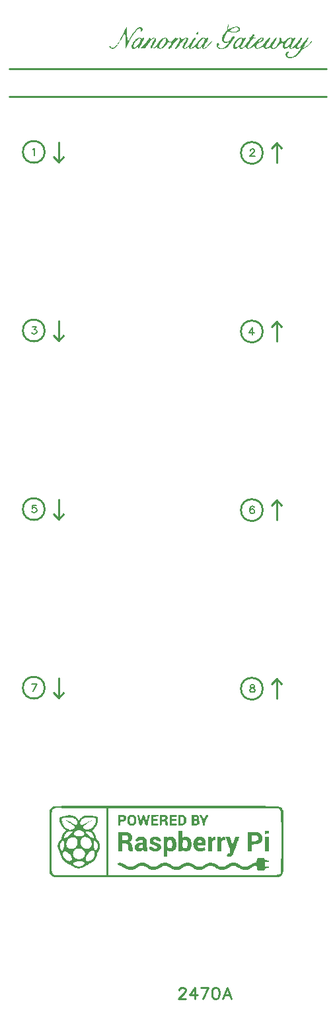
<source format=gto>
G04 Layer: TopSilkscreenLayer*
G04 EasyEDA v6.5.29, 2023-07-18 11:26:45*
G04 93ed5b14ed274c0ea8102e9f6fabb942,5a6b42c53f6a479593ecc07194224c93,10*
G04 Gerber Generator version 0.2*
G04 Scale: 100 percent, Rotated: No, Reflected: No *
G04 Dimensions in millimeters *
G04 leading zeros omitted , absolute positions ,4 integer and 5 decimal *
%FSLAX45Y45*%
%MOMM*%

%ADD10C,0.2540*%
%ADD11C,0.2032*%

%LPD*%
G36*
X2479852Y2742133D02*
G01*
X1312773Y2741930D01*
X983386Y2741523D01*
X769518Y2740609D01*
X699668Y2739898D01*
X648055Y2739034D01*
X611632Y2737967D01*
X598271Y2737358D01*
X584149Y2736392D01*
X575005Y2735427D01*
X567080Y2733954D01*
X563473Y2732887D01*
X561086Y2731820D01*
X554786Y2727807D01*
X550570Y2724556D01*
X546303Y2720848D01*
X542086Y2716834D01*
X538073Y2712618D01*
X534365Y2708351D01*
X531114Y2704185D01*
X526897Y2697581D01*
X525119Y2693873D01*
X523544Y2689352D01*
X522224Y2683459D01*
X521055Y2675636D01*
X520090Y2665323D01*
X519277Y2651963D01*
X518617Y2634996D01*
X517702Y2588056D01*
X517194Y2519934D01*
X516940Y2368499D01*
X516940Y2180488D01*
X545846Y2180488D01*
X546049Y2520035D01*
X546557Y2587091D01*
X546963Y2612339D01*
X548182Y2648966D01*
X549046Y2661513D01*
X550062Y2671064D01*
X551230Y2678074D01*
X552653Y2683154D01*
X554278Y2686913D01*
X557225Y2691282D01*
X561136Y2695752D01*
X565150Y2699359D01*
X569671Y2702712D01*
X574598Y2705862D01*
X579831Y2708656D01*
X585216Y2711094D01*
X590651Y2713126D01*
X595985Y2714752D01*
X601167Y2715818D01*
X606044Y2716326D01*
X610463Y2716225D01*
X616458Y2715260D01*
X634746Y2714701D01*
X718312Y2713736D01*
X848207Y2713177D01*
X2568448Y2713024D01*
X2897784Y2712618D01*
X3163671Y2711754D01*
X3340150Y2710434D01*
X3400094Y2709570D01*
X3437534Y2708656D01*
X3456686Y2707640D01*
X3458616Y2707335D01*
X3461664Y2705912D01*
X3465931Y2703423D01*
X3469741Y2700629D01*
X3473043Y2697073D01*
X3474567Y2694838D01*
X3477260Y2689301D01*
X3478479Y2685796D01*
X3480562Y2677261D01*
X3481527Y2672029D01*
X3483152Y2659430D01*
X3484473Y2643632D01*
X3485489Y2624124D01*
X3486353Y2600502D01*
X3486962Y2572308D01*
X3487674Y2500426D01*
X3487928Y2315464D01*
X3487775Y2103831D01*
X3487420Y2026970D01*
X3486759Y1970887D01*
X3486302Y1949551D01*
X3484981Y1918004D01*
X3484168Y1906930D01*
X3483203Y1898396D01*
X3482035Y1891995D01*
X3480765Y1887220D01*
X3479292Y1883714D01*
X3473399Y1873656D01*
X3471773Y1871319D01*
X3470097Y1869490D01*
X3468471Y1868119D01*
X3465423Y1866239D01*
X3462223Y1864715D01*
X3455415Y1862531D01*
X3444748Y1860346D01*
X3437229Y1859280D01*
X3418078Y1857400D01*
X3398367Y1856079D01*
X3374136Y1854962D01*
X3344926Y1853996D01*
X3310229Y1853184D01*
X3222294Y1852015D01*
X3106369Y1851304D01*
X2926689Y1850847D01*
X1275588Y1850796D01*
X1275588Y2713126D01*
X1246581Y2713126D01*
X1246581Y1850796D01*
X791362Y1850898D01*
X705510Y1851507D01*
X672490Y1852117D01*
X645210Y1853031D01*
X623112Y1854250D01*
X605434Y1855825D01*
X591667Y1857857D01*
X586028Y1859025D01*
X581101Y1860346D01*
X576834Y1861820D01*
X573125Y1863394D01*
X569874Y1865122D01*
X567080Y1867001D01*
X562356Y1871268D01*
X558292Y1876196D01*
X554482Y1881632D01*
X553059Y1884781D01*
X551789Y1889201D01*
X550722Y1895348D01*
X549757Y1903628D01*
X548894Y1914398D01*
X548182Y1928164D01*
X547116Y1966163D01*
X546404Y2020925D01*
X545846Y2180488D01*
X516940Y2180488D01*
X517194Y2049729D01*
X517702Y1981657D01*
X518617Y1934667D01*
X519277Y1917700D01*
X520090Y1904339D01*
X521055Y1894027D01*
X522224Y1886204D01*
X523544Y1880311D01*
X525526Y1874824D01*
X526897Y1872132D01*
X531114Y1865528D01*
X534365Y1861312D01*
X538073Y1857044D01*
X542086Y1852828D01*
X546303Y1848815D01*
X550570Y1845106D01*
X554786Y1841855D01*
X560527Y1838147D01*
X563372Y1836826D01*
X567334Y1835657D01*
X573125Y1834540D01*
X582320Y1833473D01*
X594004Y1832559D01*
X623214Y1831289D01*
X673303Y1830120D01*
X741781Y1829307D01*
X823163Y1828749D01*
X934008Y1828292D01*
X1149502Y1827885D01*
X1463497Y1827682D01*
X3457295Y1827631D01*
X3476345Y1840636D01*
X3480409Y1843684D01*
X3484626Y1847291D01*
X3488842Y1851355D01*
X3493008Y1855774D01*
X3496919Y1860346D01*
X3500526Y1864969D01*
X3503625Y1869541D01*
X3507130Y1875637D01*
X3508806Y1879600D01*
X3510279Y1884324D01*
X3511550Y1890420D01*
X3512667Y1898396D01*
X3513632Y1908657D01*
X3514394Y1921814D01*
X3515614Y1958593D01*
X3516325Y2012797D01*
X3516731Y2088388D01*
X3516934Y2674467D01*
X3501796Y2700324D01*
X3500069Y2704134D01*
X3496259Y2715260D01*
X3493719Y2719425D01*
X3490264Y2722524D01*
X3486302Y2724810D01*
X3480155Y2727147D01*
X3474974Y2728620D01*
X3470910Y2729534D01*
X3462578Y2731008D01*
X3447745Y2732938D01*
X3433064Y2734310D01*
X3408222Y2735935D01*
X3386480Y2737002D01*
X3328619Y2738831D01*
X3257854Y2740101D01*
X3163011Y2741066D01*
X3053080Y2741625D01*
X2845866Y2742031D01*
G37*
G36*
X1570126Y2629763D02*
G01*
X1563878Y2629154D01*
X1557782Y2627884D01*
X1551990Y2625953D01*
X1546453Y2623362D01*
X1541322Y2620264D01*
X1536852Y2617012D01*
X1532940Y2613609D01*
X1529588Y2609850D01*
X1526794Y2605735D01*
X1524457Y2601163D01*
X1522577Y2596083D01*
X1521155Y2590342D01*
X1520088Y2583942D01*
X1519326Y2576779D01*
X1518920Y2568702D01*
X1518824Y2560320D01*
X1547774Y2560320D01*
X1547876Y2568905D01*
X1548282Y2576017D01*
X1549044Y2581910D01*
X1550263Y2586736D01*
X1551940Y2590749D01*
X1554175Y2594152D01*
X1557070Y2597150D01*
X1560626Y2599944D01*
X1569466Y2605938D01*
X1575054Y2608275D01*
X1580337Y2607259D01*
X1588211Y2603195D01*
X1591614Y2600909D01*
X1594612Y2597912D01*
X1597253Y2594305D01*
X1599488Y2590190D01*
X1601317Y2585618D01*
X1602790Y2580640D01*
X1603908Y2575407D01*
X1604619Y2569921D01*
X1604975Y2564282D01*
X1604924Y2558592D01*
X1604568Y2552903D01*
X1603806Y2547315D01*
X1602689Y2541879D01*
X1601266Y2536748D01*
X1599438Y2531872D01*
X1597253Y2527401D01*
X1594764Y2523439D01*
X1591868Y2520035D01*
X1588668Y2517241D01*
X1585112Y2515158D01*
X1579575Y2513126D01*
X1574393Y2512212D01*
X1569618Y2512415D01*
X1565249Y2513736D01*
X1561338Y2516124D01*
X1557832Y2519527D01*
X1554835Y2523896D01*
X1552346Y2529332D01*
X1550365Y2535682D01*
X1548942Y2542997D01*
X1548079Y2551226D01*
X1547774Y2560320D01*
X1518824Y2560320D01*
X1518920Y2550515D01*
X1519377Y2542336D01*
X1520139Y2535021D01*
X1521256Y2528570D01*
X1522780Y2522829D01*
X1524762Y2517698D01*
X1527302Y2513177D01*
X1530299Y2509062D01*
X1533906Y2505354D01*
X1538173Y2501950D01*
X1543050Y2498750D01*
X1548638Y2495651D01*
X1554530Y2493010D01*
X1560525Y2491079D01*
X1566621Y2489809D01*
X1572768Y2489250D01*
X1578914Y2489352D01*
X1585010Y2490114D01*
X1591005Y2491536D01*
X1596847Y2493619D01*
X1602486Y2496362D01*
X1607921Y2499664D01*
X1613001Y2503627D01*
X1617776Y2508199D01*
X1621739Y2512720D01*
X1624939Y2517190D01*
X1627378Y2521915D01*
X1629156Y2527147D01*
X1630426Y2533243D01*
X1631238Y2540558D01*
X1631645Y2549398D01*
X1631645Y2570937D01*
X1631238Y2579878D01*
X1630426Y2587142D01*
X1629156Y2593187D01*
X1627225Y2598318D01*
X1624634Y2602890D01*
X1621282Y2607310D01*
X1616964Y2611882D01*
X1612087Y2616200D01*
X1606804Y2619908D01*
X1601165Y2623108D01*
X1595221Y2625648D01*
X1589074Y2627630D01*
X1582775Y2628950D01*
X1576425Y2629662D01*
G37*
G36*
X1642262Y2626868D02*
G01*
X1660245Y2545029D01*
X1665528Y2522118D01*
X1667713Y2513736D01*
X1669745Y2507183D01*
X1671726Y2502154D01*
X1673656Y2498547D01*
X1675739Y2496058D01*
X1678076Y2494483D01*
X1680667Y2493619D01*
X1683664Y2493264D01*
X1687220Y2493162D01*
X1692148Y2493365D01*
X1696110Y2494280D01*
X1699361Y2496261D01*
X1702155Y2499766D01*
X1704746Y2505252D01*
X1707388Y2513126D01*
X1710334Y2523794D01*
X1724812Y2582214D01*
X1739442Y2523896D01*
X1742389Y2513228D01*
X1745030Y2505405D01*
X1747621Y2499868D01*
X1750415Y2496312D01*
X1753616Y2494330D01*
X1757476Y2493416D01*
X1762302Y2493162D01*
X1765706Y2493264D01*
X1768652Y2493619D01*
X1771142Y2494432D01*
X1773428Y2495905D01*
X1775409Y2498191D01*
X1777339Y2501493D01*
X1779168Y2505964D01*
X1781098Y2511856D01*
X1785416Y2528366D01*
X1801164Y2596540D01*
X1806956Y2619044D01*
X1807108Y2622143D01*
X1805076Y2624378D01*
X1800961Y2625801D01*
X1794916Y2626309D01*
X1789684Y2626055D01*
X1785467Y2625039D01*
X1782064Y2622905D01*
X1779270Y2619298D01*
X1776933Y2613863D01*
X1774799Y2606243D01*
X1772666Y2596032D01*
X1769008Y2575610D01*
X1766519Y2563977D01*
X1765300Y2559659D01*
X1764080Y2556306D01*
X1762861Y2553970D01*
X1761642Y2552598D01*
X1760372Y2552242D01*
X1759051Y2552852D01*
X1757680Y2554478D01*
X1756257Y2557068D01*
X1754733Y2560675D01*
X1751482Y2570886D01*
X1744725Y2597048D01*
X1742033Y2606497D01*
X1739595Y2613710D01*
X1737156Y2618994D01*
X1734667Y2622600D01*
X1731873Y2624836D01*
X1728673Y2626004D01*
X1724914Y2626309D01*
X1721104Y2625953D01*
X1717852Y2624734D01*
X1715007Y2622346D01*
X1712366Y2618435D01*
X1709775Y2612694D01*
X1707032Y2604820D01*
X1703984Y2594508D01*
X1688795Y2536596D01*
X1677822Y2593289D01*
X1675485Y2603601D01*
X1673301Y2611323D01*
X1671066Y2616860D01*
X1668525Y2620619D01*
X1665478Y2623007D01*
X1661769Y2624378D01*
X1657197Y2625140D01*
G37*
G36*
X1397203Y2626309D02*
G01*
X1397203Y2583230D01*
X1426159Y2583230D01*
X1426210Y2589936D01*
X1426514Y2594965D01*
X1427378Y2598572D01*
X1429004Y2600909D01*
X1431594Y2602230D01*
X1435455Y2602687D01*
X1440789Y2602585D01*
X1447850Y2602026D01*
X1458874Y2600604D01*
X1465783Y2597962D01*
X1469694Y2593441D01*
X1471523Y2586431D01*
X1471828Y2580792D01*
X1471015Y2575966D01*
X1469136Y2571902D01*
X1466037Y2568600D01*
X1461820Y2566060D01*
X1456436Y2564231D01*
X1449882Y2563114D01*
X1442059Y2562707D01*
X1433525Y2563266D01*
X1428699Y2565958D01*
X1426616Y2572156D01*
X1426159Y2583230D01*
X1397203Y2583230D01*
X1397203Y2493162D01*
X1411681Y2493162D01*
X1419402Y2493873D01*
X1423771Y2496921D01*
X1425702Y2503932D01*
X1426159Y2516327D01*
X1426210Y2523947D01*
X1426514Y2529636D01*
X1427378Y2533751D01*
X1429004Y2536545D01*
X1431645Y2538222D01*
X1435658Y2539085D01*
X1441196Y2539441D01*
X1448511Y2539492D01*
X1456436Y2539847D01*
X1463802Y2540914D01*
X1470558Y2542692D01*
X1476756Y2545130D01*
X1482293Y2548229D01*
X1487220Y2551938D01*
X1491437Y2556256D01*
X1494993Y2561132D01*
X1497736Y2566568D01*
X1499768Y2572512D01*
X1501038Y2578963D01*
X1501444Y2585872D01*
X1501241Y2591460D01*
X1500682Y2596591D01*
X1499717Y2601214D01*
X1498346Y2605379D01*
X1496466Y2609088D01*
X1494129Y2612390D01*
X1491234Y2615285D01*
X1487779Y2617774D01*
X1483715Y2619959D01*
X1479092Y2621737D01*
X1473758Y2623210D01*
X1467764Y2624378D01*
X1461109Y2625242D01*
X1453642Y2625852D01*
X1445463Y2626207D01*
G37*
G36*
X1819960Y2626309D02*
G01*
X1819960Y2493162D01*
X1884425Y2493264D01*
X1895957Y2493518D01*
X1904593Y2494026D01*
X1910689Y2494889D01*
X1914652Y2496159D01*
X1916836Y2497937D01*
X1917598Y2500274D01*
X1917344Y2503322D01*
X1916480Y2506065D01*
X1914906Y2508351D01*
X1912467Y2510231D01*
X1909013Y2511704D01*
X1904441Y2512923D01*
X1898497Y2513888D01*
X1891131Y2514600D01*
X1871421Y2515768D01*
X1863242Y2516479D01*
X1857349Y2517444D01*
X1853336Y2518968D01*
X1850847Y2521153D01*
X1849526Y2524252D01*
X1849018Y2528468D01*
X1849018Y2539492D01*
X1849475Y2543657D01*
X1850643Y2546705D01*
X1852828Y2548737D01*
X1856333Y2550058D01*
X1861464Y2550718D01*
X1868525Y2551023D01*
X1886356Y2551125D01*
X1893011Y2551430D01*
X1898091Y2552090D01*
X1901799Y2553106D01*
X1904288Y2554579D01*
X1905863Y2556611D01*
X1906625Y2559253D01*
X1906828Y2562656D01*
X1906625Y2566009D01*
X1905863Y2568651D01*
X1904288Y2570683D01*
X1901799Y2572156D01*
X1898091Y2573172D01*
X1893011Y2573832D01*
X1886356Y2574137D01*
X1868932Y2574290D01*
X1862023Y2574594D01*
X1856943Y2575204D01*
X1853336Y2576372D01*
X1850999Y2578100D01*
X1849678Y2580640D01*
X1849069Y2583992D01*
X1848916Y2588412D01*
X1849069Y2592781D01*
X1849780Y2596235D01*
X1851304Y2598775D01*
X1853946Y2600706D01*
X1858060Y2602026D01*
X1863902Y2602992D01*
X1871878Y2603703D01*
X1891131Y2604871D01*
X1898497Y2605633D01*
X1904441Y2606548D01*
X1909013Y2607767D01*
X1912467Y2609240D01*
X1914906Y2611120D01*
X1916480Y2613406D01*
X1917344Y2616149D01*
X1917598Y2619197D01*
X1916836Y2621534D01*
X1914652Y2623312D01*
X1910689Y2624632D01*
X1904593Y2625445D01*
X1895957Y2625953D01*
X1869643Y2626309D01*
G37*
G36*
X1929993Y2626309D02*
G01*
X1929993Y2585770D01*
X1958949Y2585770D01*
X1959508Y2595219D01*
X1962048Y2600401D01*
X1967992Y2602687D01*
X1978609Y2603144D01*
X1987346Y2602534D01*
X1994154Y2600756D01*
X1999081Y2597810D01*
X2001875Y2593746D01*
X2003043Y2588768D01*
X2002688Y2584043D01*
X2000961Y2579776D01*
X1997964Y2575966D01*
X1993798Y2572867D01*
X1988616Y2570480D01*
X1982520Y2568956D01*
X1975612Y2568397D01*
X1966874Y2569006D01*
X1961794Y2571394D01*
X1959508Y2576626D01*
X1958949Y2585770D01*
X1929993Y2585770D01*
X1929993Y2493162D01*
X1948942Y2493314D01*
X1952345Y2493873D01*
X1954936Y2495092D01*
X1956714Y2497226D01*
X1957882Y2500477D01*
X1958593Y2505049D01*
X1958898Y2511247D01*
X1959051Y2527452D01*
X1959356Y2533700D01*
X1960067Y2538323D01*
X1961337Y2541473D01*
X1963318Y2543556D01*
X1966163Y2544673D01*
X1970074Y2545181D01*
X1975205Y2545283D01*
X1982622Y2544826D01*
X1988870Y2543403D01*
X1994103Y2541016D01*
X1998218Y2537510D01*
X2001418Y2532989D01*
X2003602Y2527300D01*
X2004872Y2520391D01*
X2005787Y2502052D01*
X2008022Y2496312D01*
X2012950Y2493772D01*
X2021738Y2493162D01*
X2027123Y2493264D01*
X2031136Y2493619D01*
X2033879Y2494635D01*
X2035556Y2496616D01*
X2036318Y2499766D01*
X2036216Y2504440D01*
X2035505Y2510891D01*
X2034235Y2519527D01*
X2032152Y2530246D01*
X2029460Y2540050D01*
X2026513Y2547772D01*
X2023618Y2552446D01*
X2020976Y2556052D01*
X2020519Y2559761D01*
X2022195Y2564028D01*
X2028748Y2572664D01*
X2030577Y2576779D01*
X2031746Y2581351D01*
X2032304Y2586278D01*
X2032254Y2591358D01*
X2031593Y2596540D01*
X2030374Y2601569D01*
X2028647Y2606395D01*
X2026361Y2610866D01*
X2023618Y2614777D01*
X2020417Y2618079D01*
X2016810Y2620568D01*
X2013864Y2621686D01*
X2009648Y2622804D01*
X1998065Y2624632D01*
X1983638Y2625852D01*
X1968042Y2626309D01*
G37*
G36*
X2057450Y2626309D02*
G01*
X2057450Y2493162D01*
X2117953Y2493264D01*
X2128926Y2493518D01*
X2137105Y2494026D01*
X2142845Y2494991D01*
X2146655Y2496413D01*
X2148840Y2498496D01*
X2149856Y2501188D01*
X2150110Y2504744D01*
X2149856Y2508199D01*
X2149043Y2510840D01*
X2147417Y2512872D01*
X2144674Y2514346D01*
X2140610Y2515362D01*
X2135022Y2515971D01*
X2127656Y2516276D01*
X2107793Y2516378D01*
X2099970Y2516632D01*
X2094280Y2517292D01*
X2090470Y2518562D01*
X2088134Y2520645D01*
X2086914Y2523744D01*
X2086457Y2528011D01*
X2086457Y2539339D01*
X2086914Y2543556D01*
X2088083Y2546654D01*
X2090267Y2548737D01*
X2093722Y2550058D01*
X2098852Y2550718D01*
X2105964Y2551023D01*
X2123795Y2551125D01*
X2130450Y2551430D01*
X2135530Y2552090D01*
X2139238Y2553106D01*
X2141778Y2554579D01*
X2143302Y2556611D01*
X2144064Y2559253D01*
X2144318Y2562656D01*
X2144064Y2566009D01*
X2143302Y2568651D01*
X2141778Y2570683D01*
X2139238Y2572156D01*
X2135530Y2573172D01*
X2130450Y2573832D01*
X2123795Y2574137D01*
X2106320Y2574290D01*
X2099411Y2574544D01*
X2094280Y2575204D01*
X2090724Y2576372D01*
X2088438Y2578150D01*
X2087118Y2580741D01*
X2086508Y2584196D01*
X2086508Y2593238D01*
X2087118Y2596692D01*
X2088540Y2599283D01*
X2091029Y2601061D01*
X2094941Y2602179D01*
X2100580Y2602788D01*
X2108200Y2603093D01*
X2127656Y2603246D01*
X2135022Y2603500D01*
X2140610Y2604109D01*
X2144674Y2605125D01*
X2147417Y2606598D01*
X2149043Y2608630D01*
X2149856Y2611323D01*
X2150110Y2614726D01*
X2149856Y2618282D01*
X2148840Y2621026D01*
X2146655Y2623058D01*
X2142845Y2624480D01*
X2137105Y2625445D01*
X2128926Y2625953D01*
X2103780Y2626309D01*
G37*
G36*
X2167483Y2626309D02*
G01*
X2167483Y2603144D01*
X2213610Y2603144D01*
X2221331Y2602433D01*
X2227884Y2600248D01*
X2233066Y2596743D01*
X2236774Y2591968D01*
X2239111Y2585923D01*
X2240991Y2577846D01*
X2242261Y2568803D01*
X2242769Y2559761D01*
X2242566Y2552496D01*
X2242007Y2545994D01*
X2241042Y2540152D01*
X2239721Y2535021D01*
X2237994Y2530500D01*
X2235809Y2526690D01*
X2233218Y2523439D01*
X2230221Y2520848D01*
X2226767Y2518867D01*
X2222804Y2517444D01*
X2218436Y2516632D01*
X2213610Y2516327D01*
X2196439Y2516327D01*
X2196439Y2603144D01*
X2167483Y2603144D01*
X2167483Y2493162D01*
X2213254Y2493314D01*
X2221839Y2493721D01*
X2228900Y2494584D01*
X2234793Y2496007D01*
X2239924Y2498140D01*
X2244699Y2501138D01*
X2249525Y2505049D01*
X2254808Y2510078D01*
X2259736Y2515311D01*
X2263648Y2520035D01*
X2266594Y2524760D01*
X2268778Y2529789D01*
X2270252Y2535428D01*
X2271166Y2542032D01*
X2271572Y2550058D01*
X2271725Y2559761D01*
X2271572Y2569413D01*
X2271166Y2577439D01*
X2270252Y2584043D01*
X2268778Y2589733D01*
X2266594Y2594711D01*
X2263648Y2599436D01*
X2259736Y2604211D01*
X2254808Y2609392D01*
X2249525Y2614422D01*
X2244699Y2618333D01*
X2239924Y2621330D01*
X2234793Y2623464D01*
X2228900Y2624886D01*
X2221839Y2625750D01*
X2213254Y2626156D01*
G37*
G36*
X2341219Y2626309D02*
G01*
X2341219Y2588666D01*
X2370175Y2588666D01*
X2370836Y2596083D01*
X2373376Y2600502D01*
X2378659Y2602585D01*
X2387549Y2603144D01*
X2396439Y2602585D01*
X2401722Y2600502D01*
X2404262Y2596083D01*
X2404922Y2588666D01*
X2404262Y2581249D01*
X2401722Y2576880D01*
X2396439Y2574747D01*
X2387549Y2574188D01*
X2378659Y2574747D01*
X2373376Y2576880D01*
X2370836Y2581249D01*
X2370175Y2588666D01*
X2341219Y2588666D01*
X2341219Y2534056D01*
X2370175Y2534056D01*
X2370632Y2543759D01*
X2373020Y2548839D01*
X2378659Y2550515D01*
X2389022Y2549956D01*
X2398623Y2548432D01*
X2404618Y2545537D01*
X2407970Y2540406D01*
X2409647Y2532227D01*
X2410104Y2523540D01*
X2408021Y2518765D01*
X2402078Y2516733D01*
X2390851Y2516327D01*
X2379522Y2516784D01*
X2373325Y2519019D01*
X2370683Y2524353D01*
X2370175Y2534056D01*
X2341219Y2534056D01*
X2341219Y2493162D01*
X2391460Y2493314D01*
X2400350Y2493670D01*
X2407818Y2494330D01*
X2413965Y2495296D01*
X2419045Y2496667D01*
X2423109Y2498445D01*
X2426462Y2500630D01*
X2429205Y2503322D01*
X2434132Y2509570D01*
X2437892Y2515565D01*
X2440533Y2521407D01*
X2442057Y2527046D01*
X2442464Y2532583D01*
X2441702Y2538018D01*
X2439873Y2543403D01*
X2433116Y2555748D01*
X2431338Y2562402D01*
X2431592Y2569210D01*
X2435656Y2583637D01*
X2436317Y2590647D01*
X2435809Y2597607D01*
X2434285Y2604312D01*
X2431796Y2610408D01*
X2428392Y2615692D01*
X2424226Y2619857D01*
X2419350Y2622600D01*
X2416759Y2623362D01*
X2408123Y2624683D01*
X2396286Y2625648D01*
X2382570Y2626207D01*
G37*
G36*
X2454249Y2626309D02*
G01*
X2448560Y2626004D01*
X2443937Y2625191D01*
X2440838Y2623972D01*
X2439670Y2622499D01*
X2440076Y2621026D01*
X2443124Y2614168D01*
X2448610Y2603347D01*
X2463495Y2576017D01*
X2469438Y2564180D01*
X2473909Y2553462D01*
X2475687Y2548432D01*
X2478278Y2538780D01*
X2479751Y2529332D01*
X2480106Y2524556D01*
X2480310Y2511552D01*
X2480614Y2505252D01*
X2481275Y2500579D01*
X2482443Y2497277D01*
X2484272Y2495143D01*
X2486812Y2493873D01*
X2490216Y2493314D01*
X2494686Y2493162D01*
X2502357Y2493873D01*
X2506726Y2496718D01*
X2508707Y2503068D01*
X2509316Y2517749D01*
X2509824Y2521661D01*
X2511856Y2530500D01*
X2515108Y2540508D01*
X2519629Y2551684D01*
X2525420Y2563926D01*
X2548686Y2607767D01*
X2555036Y2621076D01*
X2555494Y2622651D01*
X2554376Y2624074D01*
X2551226Y2625242D01*
X2546604Y2626004D01*
X2540965Y2626309D01*
X2536901Y2626004D01*
X2533243Y2625140D01*
X2529941Y2623464D01*
X2526792Y2620975D01*
X2523693Y2617520D01*
X2520594Y2612999D01*
X2517292Y2607310D01*
X2508554Y2590139D01*
X2503779Y2581859D01*
X2499918Y2576271D01*
X2497582Y2574188D01*
X2495245Y2576271D01*
X2491435Y2581859D01*
X2486660Y2590139D01*
X2477871Y2607310D01*
X2474569Y2612999D01*
X2471470Y2617520D01*
X2468372Y2620975D01*
X2465273Y2623464D01*
X2461920Y2625140D01*
X2458313Y2626004D01*
G37*
G36*
X774954Y2623616D02*
G01*
X771144Y2623515D01*
X760272Y2622397D01*
X746455Y2620264D01*
X731164Y2617368D01*
X705967Y2611983D01*
X686562Y2607462D01*
X672236Y2603500D01*
X666750Y2601569D01*
X662178Y2599639D01*
X658520Y2597658D01*
X655675Y2595575D01*
X653440Y2593340D01*
X651865Y2590901D01*
X650748Y2588209D01*
X650036Y2585262D01*
X649427Y2578303D01*
X649071Y2565806D01*
X649336Y2553665D01*
X676198Y2553665D01*
X676249Y2556002D01*
X678332Y2556865D01*
X681228Y2557475D01*
X682294Y2559405D01*
X681583Y2563012D01*
X676249Y2574544D01*
X676452Y2578049D01*
X680110Y2579624D01*
X694131Y2580436D01*
X698042Y2581706D01*
X699566Y2583789D01*
X697839Y2589530D01*
X699820Y2591003D01*
X704748Y2591003D01*
X720445Y2588615D01*
X726186Y2588717D01*
X729843Y2589885D01*
X731164Y2592120D01*
X732028Y2594203D01*
X734517Y2595321D01*
X738174Y2595422D01*
X747420Y2593441D01*
X751078Y2593594D01*
X753465Y2594864D01*
X754329Y2597150D01*
X754938Y2599740D01*
X756970Y2600655D01*
X760577Y2599842D01*
X771296Y2594813D01*
X774852Y2594051D01*
X776884Y2595067D01*
X777951Y2600604D01*
X779373Y2601518D01*
X781964Y2600502D01*
X785926Y2597556D01*
X789686Y2595168D01*
X793750Y2593746D01*
X797560Y2593492D01*
X803757Y2595422D01*
X807567Y2595168D01*
X811631Y2593746D01*
X818641Y2589022D01*
X821334Y2587752D01*
X823163Y2587650D01*
X823823Y2588869D01*
X824788Y2589733D01*
X827379Y2588818D01*
X831291Y2586278D01*
X840994Y2578303D01*
X845515Y2575407D01*
X849121Y2573934D01*
X853643Y2574391D01*
X856996Y2572054D01*
X861009Y2567686D01*
X865327Y2561793D01*
X869645Y2554884D01*
X873556Y2547518D01*
X876757Y2540152D01*
X878941Y2533345D01*
X879675Y2526995D01*
X912926Y2526995D01*
X913384Y2531160D01*
X914349Y2535580D01*
X915924Y2540457D01*
X918108Y2545943D01*
X921461Y2553004D01*
X925626Y2559964D01*
X930148Y2566416D01*
X934669Y2572004D01*
X938834Y2576271D01*
X942238Y2578760D01*
X944575Y2579116D01*
X945438Y2576931D01*
X946353Y2576017D01*
X948842Y2576830D01*
X952550Y2579166D01*
X961542Y2586583D01*
X965200Y2588971D01*
X967689Y2589784D01*
X968603Y2588869D01*
X969213Y2587650D01*
X970940Y2587599D01*
X973480Y2588768D01*
X976579Y2590952D01*
X980338Y2593238D01*
X984758Y2594610D01*
X989279Y2594965D01*
X997153Y2593441D01*
X1000912Y2593949D01*
X1004265Y2595524D01*
X1006754Y2598115D01*
X1008989Y2601264D01*
X1010767Y2602331D01*
X1012240Y2601468D01*
X1013561Y2598572D01*
X1015237Y2595727D01*
X1017879Y2594610D01*
X1021740Y2595270D01*
X1032052Y2599944D01*
X1035507Y2600655D01*
X1037488Y2599740D01*
X1038098Y2597150D01*
X1038961Y2594864D01*
X1041349Y2593594D01*
X1045006Y2593441D01*
X1054252Y2595422D01*
X1057910Y2595321D01*
X1060399Y2594203D01*
X1061262Y2592120D01*
X1062583Y2589885D01*
X1066241Y2588717D01*
X1071981Y2588615D01*
X1087678Y2591003D01*
X1092606Y2591003D01*
X1094587Y2589530D01*
X1092809Y2583789D01*
X1094079Y2581706D01*
X1097534Y2580436D01*
X1109624Y2579370D01*
X1113688Y2577185D01*
X1115720Y2573070D01*
X1116076Y2566670D01*
X1115568Y2560980D01*
X1114501Y2555392D01*
X1113129Y2550515D01*
X1110284Y2543708D01*
X1109776Y2539695D01*
X1110030Y2535428D01*
X1111961Y2527655D01*
X1111656Y2524760D01*
X1110132Y2522829D01*
X1105103Y2521458D01*
X1103579Y2519527D01*
X1103172Y2516733D01*
X1104696Y2509418D01*
X1103985Y2505913D01*
X1101953Y2503017D01*
X1098804Y2501036D01*
X1095502Y2499309D01*
X1092758Y2496972D01*
X1090930Y2494432D01*
X1089152Y2488031D01*
X1086205Y2483104D01*
X1081887Y2477617D01*
X1076706Y2472080D01*
X1071067Y2466898D01*
X1065530Y2462631D01*
X1060551Y2459685D01*
X1056589Y2458567D01*
X1053947Y2458059D01*
X1052271Y2456789D01*
X1051814Y2454910D01*
X1052576Y2452674D01*
X1052880Y2450388D01*
X1050899Y2448560D01*
X1046937Y2447340D01*
X1035608Y2446426D01*
X1030884Y2445207D01*
X1027684Y2443327D01*
X1026515Y2441092D01*
X1025855Y2438400D01*
X1023975Y2436418D01*
X1021029Y2435148D01*
X1017168Y2434488D01*
X1012494Y2434488D01*
X1007262Y2434996D01*
X1001521Y2436012D01*
X995527Y2437536D01*
X989330Y2439466D01*
X983183Y2441803D01*
X977137Y2444445D01*
X971448Y2447442D01*
X966165Y2450642D01*
X961491Y2454097D01*
X957580Y2457704D01*
X954633Y2461412D01*
X951839Y2465832D01*
X950061Y2469489D01*
X949452Y2472740D01*
X950061Y2475890D01*
X952144Y2479344D01*
X955802Y2483358D01*
X968400Y2494534D01*
X975766Y2500477D01*
X985012Y2507386D01*
X995578Y2514803D01*
X1018184Y2529586D01*
X1055928Y2552446D01*
X1066292Y2559558D01*
X1067054Y2560421D01*
X1066546Y2560828D01*
X1065123Y2560675D01*
X1059738Y2558999D01*
X1051509Y2555748D01*
X1041095Y2551226D01*
X1016203Y2539390D01*
X990092Y2525928D01*
X978103Y2519324D01*
X954582Y2505456D01*
X942949Y2499055D01*
X934110Y2494788D01*
X931164Y2493568D01*
X929335Y2493162D01*
X926592Y2494483D01*
X923340Y2498039D01*
X919937Y2503322D01*
X916787Y2509774D01*
X915009Y2514498D01*
X913739Y2518867D01*
X913079Y2522931D01*
X912926Y2526995D01*
X879675Y2526995D01*
X879805Y2525877D01*
X878789Y2518664D01*
X875893Y2511552D01*
X871016Y2504389D01*
X859586Y2490266D01*
X839419Y2505049D01*
X830630Y2510637D01*
X819912Y2516886D01*
X807770Y2523642D01*
X781354Y2537256D01*
X755954Y2549398D01*
X745032Y2554224D01*
X735939Y2557881D01*
X729386Y2560015D01*
X727202Y2560472D01*
X725830Y2560472D01*
X725373Y2559964D01*
X726084Y2559100D01*
X731570Y2555290D01*
X741375Y2549245D01*
X766673Y2534615D01*
X777544Y2527960D01*
X788771Y2520746D01*
X799795Y2513228D01*
X809955Y2505913D01*
X818692Y2499156D01*
X829411Y2489860D01*
X834898Y2484729D01*
X838860Y2480360D01*
X841451Y2476652D01*
X842822Y2473299D01*
X843076Y2470099D01*
X842314Y2466848D01*
X840689Y2463342D01*
X838098Y2459634D01*
X834440Y2455976D01*
X829868Y2452471D01*
X824534Y2449118D01*
X818641Y2446020D01*
X812342Y2443175D01*
X805840Y2440635D01*
X799338Y2438501D01*
X792886Y2436825D01*
X786790Y2435555D01*
X781100Y2434844D01*
X776071Y2434742D01*
X771906Y2435250D01*
X768654Y2436469D01*
X766622Y2438400D01*
X765911Y2441092D01*
X764743Y2443327D01*
X761542Y2445207D01*
X756818Y2446426D01*
X745490Y2447340D01*
X741527Y2448560D01*
X739546Y2450388D01*
X739851Y2452674D01*
X740613Y2454910D01*
X740156Y2456789D01*
X738479Y2458059D01*
X735838Y2458567D01*
X732129Y2459634D01*
X727202Y2462530D01*
X721715Y2466746D01*
X716026Y2471775D01*
X710742Y2477109D01*
X706323Y2482342D01*
X703326Y2486964D01*
X701395Y2492756D01*
X699211Y2495804D01*
X696010Y2499156D01*
X687730Y2506116D01*
X685952Y2508504D01*
X686765Y2509875D01*
X693470Y2510993D01*
X694232Y2512974D01*
X692353Y2516581D01*
X683412Y2527350D01*
X681532Y2530957D01*
X681990Y2533040D01*
X687628Y2534361D01*
X688086Y2536444D01*
X686206Y2540050D01*
X678129Y2550007D01*
X676198Y2553665D01*
X649336Y2553665D01*
X650036Y2546248D01*
X650798Y2541828D01*
X653084Y2532938D01*
X656590Y2523185D01*
X661568Y2511653D01*
X672236Y2489250D01*
X674573Y2485085D01*
X677672Y2480411D01*
X681482Y2475280D01*
X685800Y2469946D01*
X695553Y2459228D01*
X700684Y2454148D01*
X705815Y2449474D01*
X730402Y2428138D01*
X713181Y2413660D01*
X708101Y2409139D01*
X703427Y2404516D01*
X699211Y2399741D01*
X695350Y2394813D01*
X691896Y2389632D01*
X688746Y2384145D01*
X685952Y2378354D01*
X683463Y2372207D01*
X681278Y2365705D01*
X679348Y2358745D01*
X677621Y2351278D01*
X674878Y2336952D01*
X672671Y2329586D01*
X704037Y2329586D01*
X704240Y2335580D01*
X705408Y2343505D01*
X707491Y2352548D01*
X709472Y2358593D01*
X712063Y2364689D01*
X715213Y2370632D01*
X718870Y2376525D01*
X722985Y2382164D01*
X727506Y2387600D01*
X732332Y2392680D01*
X737514Y2397455D01*
X742950Y2401722D01*
X748538Y2405532D01*
X754278Y2408834D01*
X760120Y2411476D01*
X768248Y2414117D01*
X776884Y2415997D01*
X785622Y2417114D01*
X793851Y2417419D01*
X801166Y2416962D01*
X806958Y2415743D01*
X810818Y2413812D01*
X812241Y2411069D01*
X811733Y2408682D01*
X810310Y2405735D01*
X808024Y2402230D01*
X801166Y2394102D01*
X795760Y2388463D01*
X833424Y2388463D01*
X833729Y2391918D01*
X834542Y2395321D01*
X835863Y2398674D01*
X837590Y2401925D01*
X839825Y2405126D01*
X842365Y2408174D01*
X845362Y2411120D01*
X848664Y2413914D01*
X852271Y2416505D01*
X856234Y2418943D01*
X860399Y2421178D01*
X869492Y2424938D01*
X874369Y2426462D01*
X879348Y2427732D01*
X884529Y2428697D01*
X889762Y2429357D01*
X895096Y2429662D01*
X900531Y2429662D01*
X905967Y2429306D01*
X911402Y2428544D01*
X916838Y2427427D01*
X922223Y2425852D01*
X927506Y2423871D01*
X932687Y2421432D01*
X938530Y2418232D01*
X943813Y2414981D01*
X948486Y2411730D01*
X952765Y2408224D01*
X982980Y2408224D01*
X983894Y2410409D01*
X985977Y2412238D01*
X989330Y2413812D01*
X993444Y2414828D01*
X998270Y2415336D01*
X1003604Y2415387D01*
X1009345Y2414930D01*
X1015390Y2414117D01*
X1021486Y2412847D01*
X1027633Y2411171D01*
X1033627Y2409139D01*
X1039317Y2406802D01*
X1044600Y2404110D01*
X1049324Y2401163D01*
X1054404Y2397353D01*
X1059129Y2393289D01*
X1063548Y2388971D01*
X1067612Y2384501D01*
X1071372Y2379726D01*
X1074724Y2374747D01*
X1077823Y2369566D01*
X1080516Y2364130D01*
X1082852Y2358542D01*
X1084884Y2352700D01*
X1086510Y2346655D01*
X1087831Y2340457D01*
X1091844Y2317902D01*
X1063294Y2333904D01*
X1054760Y2339543D01*
X1045006Y2346604D01*
X1034694Y2354630D01*
X1024229Y2363216D01*
X1014323Y2371902D01*
X1000810Y2384653D01*
X993902Y2391664D01*
X988771Y2397353D01*
X985316Y2401874D01*
X983437Y2405430D01*
X982980Y2408224D01*
X952765Y2408224D01*
X956157Y2405075D01*
X959154Y2401722D01*
X961644Y2398420D01*
X963574Y2395118D01*
X964946Y2391867D01*
X965809Y2388666D01*
X966165Y2385517D01*
X966012Y2382418D01*
X965352Y2379421D01*
X964184Y2376525D01*
X962507Y2373731D01*
X960374Y2371090D01*
X957732Y2368600D01*
X954633Y2366213D01*
X951026Y2363978D01*
X947013Y2361946D01*
X942492Y2360117D01*
X937564Y2358491D01*
X932180Y2357069D01*
X926337Y2355850D01*
X920089Y2354884D01*
X913384Y2354173D01*
X906322Y2353716D01*
X898804Y2353513D01*
X889304Y2353614D01*
X880973Y2354021D01*
X873658Y2354732D01*
X867257Y2355850D01*
X861568Y2357374D01*
X856487Y2359304D01*
X851865Y2361692D01*
X847547Y2364587D01*
X843584Y2367838D01*
X840333Y2371191D01*
X837692Y2374595D01*
X835761Y2378049D01*
X834390Y2381504D01*
X833628Y2385009D01*
X833424Y2388463D01*
X795760Y2388463D01*
X786485Y2379624D01*
X774700Y2369312D01*
X762101Y2358999D01*
X749249Y2349246D01*
X736904Y2340559D01*
X725627Y2333396D01*
X720648Y2330551D01*
X716127Y2328316D01*
X712216Y2326741D01*
X709015Y2325827D01*
X706577Y2325725D01*
X704951Y2326487D01*
X704037Y2329586D01*
X672671Y2329586D01*
X670966Y2325065D01*
X668375Y2319477D01*
X665276Y2314092D01*
X661670Y2308910D01*
X657606Y2303881D01*
X649071Y2294737D01*
X645363Y2290318D01*
X642010Y2285746D01*
X638911Y2280920D01*
X636117Y2275992D01*
X633628Y2270861D01*
X631393Y2265629D01*
X629513Y2260295D01*
X627888Y2254859D01*
X626567Y2249322D01*
X625551Y2243734D01*
X624840Y2238095D01*
X624433Y2232406D01*
X624402Y2228951D01*
X651560Y2228951D01*
X651814Y2235403D01*
X652627Y2241651D01*
X654151Y2247798D01*
X656488Y2254097D01*
X659434Y2260498D01*
X662940Y2266746D01*
X666851Y2272741D01*
X671017Y2278329D01*
X675386Y2283358D01*
X679805Y2287727D01*
X684174Y2291232D01*
X688340Y2293721D01*
X692251Y2295093D01*
X695706Y2295194D01*
X698144Y2294331D01*
X700227Y2292756D01*
X701954Y2290318D01*
X703427Y2286965D01*
X704596Y2282647D01*
X705561Y2277160D01*
X706272Y2270556D01*
X707034Y2256637D01*
X706886Y2251964D01*
X735330Y2251964D01*
X735584Y2261616D01*
X736955Y2271369D01*
X739444Y2281021D01*
X741121Y2285796D01*
X743102Y2290521D01*
X745388Y2295194D01*
X747928Y2299716D01*
X750824Y2304135D01*
X753973Y2308453D01*
X757428Y2312568D01*
X761136Y2316530D01*
X765200Y2320340D01*
X769569Y2323947D01*
X774242Y2327351D01*
X779221Y2330450D01*
X784504Y2333345D01*
X790448Y2335987D01*
X796848Y2338019D01*
X803554Y2339441D01*
X810412Y2340356D01*
X817372Y2340660D01*
X824331Y2340406D01*
X831138Y2339644D01*
X837641Y2338324D01*
X843838Y2336444D01*
X849528Y2334056D01*
X854659Y2331161D01*
X859078Y2327808D01*
X862837Y2324100D01*
X866190Y2320137D01*
X869187Y2316022D01*
X871778Y2311755D01*
X873963Y2307285D01*
X875842Y2302662D01*
X877316Y2297938D01*
X878382Y2293112D01*
X879195Y2288235D01*
X879602Y2283256D01*
X879687Y2279040D01*
X915669Y2279040D01*
X915771Y2283968D01*
X916127Y2288844D01*
X916838Y2293670D01*
X917905Y2298446D01*
X919276Y2303119D01*
X921003Y2307742D01*
X923086Y2312212D01*
X925525Y2316581D01*
X928319Y2320848D01*
X931468Y2324912D01*
X935990Y2330043D01*
X940206Y2334107D01*
X944321Y2337206D01*
X948639Y2339492D01*
X953414Y2341067D01*
X959002Y2342032D01*
X965555Y2342540D01*
X973480Y2342692D01*
X979728Y2342489D01*
X985977Y2341880D01*
X992174Y2340914D01*
X998169Y2339594D01*
X1003960Y2337968D01*
X1009446Y2336038D01*
X1014476Y2333802D01*
X1019048Y2331364D01*
X1022959Y2328722D01*
X1026820Y2325522D01*
X1030630Y2321915D01*
X1034389Y2317902D01*
X1041501Y2308910D01*
X1047902Y2298903D01*
X1050798Y2293721D01*
X1053388Y2288489D01*
X1057605Y2278024D01*
X1059129Y2272893D01*
X1060297Y2267915D01*
X1060863Y2264156D01*
X1084529Y2264156D01*
X1084783Y2275586D01*
X1085138Y2280513D01*
X1086358Y2288286D01*
X1087272Y2290876D01*
X1088288Y2292553D01*
X1091387Y2294940D01*
X1094790Y2296160D01*
X1098448Y2296160D01*
X1102410Y2295042D01*
X1106728Y2292705D01*
X1111351Y2289200D01*
X1116279Y2284476D01*
X1121562Y2278583D01*
X1125067Y2273909D01*
X1128166Y2268728D01*
X1130757Y2263140D01*
X1132992Y2257196D01*
X1134719Y2250948D01*
X1136040Y2244547D01*
X1136904Y2237943D01*
X1137310Y2231288D01*
X1137310Y2224684D01*
X1136802Y2218080D01*
X1135888Y2211679D01*
X1134516Y2205431D01*
X1132687Y2199538D01*
X1130350Y2193950D01*
X1127607Y2188768D01*
X1124407Y2184146D01*
X1120698Y2179828D01*
X1117244Y2176576D01*
X1113993Y2174443D01*
X1110894Y2173376D01*
X1107998Y2173478D01*
X1105255Y2174697D01*
X1102664Y2177034D01*
X1100175Y2180590D01*
X1097737Y2185263D01*
X1095400Y2191156D01*
X1093114Y2198268D01*
X1090879Y2206548D01*
X1088491Y2218080D01*
X1086612Y2230983D01*
X1085342Y2244547D01*
X1084630Y2257806D01*
X1084529Y2264156D01*
X1060863Y2264156D01*
X1061262Y2258720D01*
X1060958Y2252065D01*
X1059942Y2245614D01*
X1058316Y2239314D01*
X1056132Y2233218D01*
X1053439Y2227427D01*
X1050188Y2221941D01*
X1046480Y2216810D01*
X1042314Y2212035D01*
X1037742Y2207717D01*
X1032814Y2203856D01*
X1027582Y2200452D01*
X1022045Y2197608D01*
X1016203Y2195322D01*
X1010208Y2193645D01*
X1004011Y2192578D01*
X997610Y2192223D01*
X992327Y2192426D01*
X987145Y2192985D01*
X982065Y2193950D01*
X977087Y2195220D01*
X972261Y2196795D01*
X967587Y2198725D01*
X963066Y2200960D01*
X958697Y2203450D01*
X954481Y2206244D01*
X950468Y2209241D01*
X946607Y2212492D01*
X939495Y2219655D01*
X936193Y2223516D01*
X930300Y2231796D01*
X925321Y2240584D01*
X923188Y2245156D01*
X921308Y2249830D01*
X919683Y2254605D01*
X918311Y2259431D01*
X917194Y2264308D01*
X915873Y2274112D01*
X915669Y2279040D01*
X879687Y2279040D01*
X879449Y2273147D01*
X878941Y2268118D01*
X878078Y2263038D01*
X875487Y2252980D01*
X873760Y2248052D01*
X871778Y2243175D01*
X869492Y2238400D01*
X864209Y2229256D01*
X861161Y2224887D01*
X854456Y2216708D01*
X850747Y2212898D01*
X846836Y2209292D01*
X842721Y2205990D01*
X838403Y2202891D01*
X833932Y2200097D01*
X829259Y2197608D01*
X824433Y2195423D01*
X819403Y2193594D01*
X814273Y2192070D01*
X808939Y2190953D01*
X803503Y2190242D01*
X797966Y2189886D01*
X792378Y2189988D01*
X787095Y2190445D01*
X782015Y2191308D01*
X777189Y2192528D01*
X772668Y2194052D01*
X768350Y2195982D01*
X764286Y2198166D01*
X760526Y2200656D01*
X756970Y2203399D01*
X753719Y2206447D01*
X750722Y2209698D01*
X747928Y2213203D01*
X743254Y2220772D01*
X741324Y2224836D01*
X739648Y2229053D01*
X738225Y2233422D01*
X737108Y2237943D01*
X736244Y2242515D01*
X735634Y2247188D01*
X735330Y2251964D01*
X706886Y2251964D01*
X706374Y2243480D01*
X704596Y2229358D01*
X703376Y2222195D01*
X700328Y2208225D01*
X696671Y2195322D01*
X692607Y2184400D01*
X690473Y2179878D01*
X688340Y2176170D01*
X686206Y2173376D01*
X684123Y2171547D01*
X681024Y2170328D01*
X677875Y2170379D01*
X674725Y2171547D01*
X671576Y2173782D01*
X668477Y2176881D01*
X665480Y2180844D01*
X662686Y2185517D01*
X660044Y2190750D01*
X657707Y2196490D01*
X655675Y2202637D01*
X653999Y2209088D01*
X652729Y2215642D01*
X651916Y2222347D01*
X651560Y2228951D01*
X624402Y2228951D01*
X624586Y2221026D01*
X625094Y2215337D01*
X625906Y2209698D01*
X627075Y2204059D01*
X628548Y2198522D01*
X630326Y2193086D01*
X632409Y2187702D01*
X634847Y2182469D01*
X637540Y2177338D01*
X642518Y2169007D01*
X644804Y2164384D01*
X649986Y2152040D01*
X655574Y2137105D01*
X658299Y2129028D01*
X689660Y2129028D01*
X690067Y2133854D01*
X690981Y2138476D01*
X692353Y2142845D01*
X694283Y2146960D01*
X696722Y2150719D01*
X699719Y2154224D01*
X704545Y2158339D01*
X709523Y2161133D01*
X714857Y2162505D01*
X720648Y2162556D01*
X727100Y2161133D01*
X734364Y2158339D01*
X742594Y2154072D01*
X751941Y2148332D01*
X757275Y2144725D01*
X767130Y2137003D01*
X775919Y2128672D01*
X778925Y2125319D01*
X820216Y2125319D01*
X820216Y2129790D01*
X820572Y2134362D01*
X821283Y2139035D01*
X822350Y2143810D01*
X823772Y2148636D01*
X825957Y2154580D01*
X828446Y2160168D01*
X831291Y2165350D01*
X834491Y2170125D01*
X837996Y2174595D01*
X841806Y2178608D01*
X845921Y2182317D01*
X850392Y2185568D01*
X855167Y2188514D01*
X860247Y2191004D01*
X865632Y2193137D01*
X871372Y2194915D01*
X877417Y2196287D01*
X883716Y2197252D01*
X890371Y2197811D01*
X897331Y2198014D01*
X907338Y2197912D01*
X915416Y2197404D01*
X922121Y2196388D01*
X927963Y2194560D01*
X933348Y2191766D01*
X938784Y2187803D01*
X944829Y2182469D01*
X951890Y2175560D01*
X956564Y2170684D01*
X960628Y2165858D01*
X964234Y2161032D01*
X967282Y2156256D01*
X969771Y2151481D01*
X971753Y2146706D01*
X973226Y2141880D01*
X974140Y2137054D01*
X974598Y2132126D01*
X974496Y2127199D01*
X973836Y2122170D01*
X972718Y2117090D01*
X971092Y2111857D01*
X968908Y2106574D01*
X966216Y2101138D01*
X963066Y2095601D01*
X960221Y2091283D01*
X957224Y2087270D01*
X954024Y2083562D01*
X950671Y2080107D01*
X947166Y2077008D01*
X943508Y2074164D01*
X939698Y2071573D01*
X931824Y2067255D01*
X927709Y2065477D01*
X920471Y2063089D01*
X981811Y2063089D01*
X982065Y2067864D01*
X982726Y2072792D01*
X983843Y2077974D01*
X985316Y2083257D01*
X987196Y2088642D01*
X989431Y2094128D01*
X991971Y2099665D01*
X998016Y2110790D01*
X1001420Y2116328D01*
X1009040Y2127148D01*
X1017422Y2137511D01*
X1026515Y2147112D01*
X1031240Y2151532D01*
X1036066Y2155698D01*
X1040993Y2159558D01*
X1045971Y2163114D01*
X1050950Y2166264D01*
X1055979Y2169007D01*
X1061008Y2171344D01*
X1065987Y2173274D01*
X1070914Y2174646D01*
X1074318Y2173782D01*
X1081024Y2171395D01*
X1084224Y2169464D01*
X1087170Y2166416D01*
X1089863Y2162352D01*
X1092200Y2157374D01*
X1094232Y2151684D01*
X1095857Y2145385D01*
X1097127Y2138629D01*
X1097940Y2131568D01*
X1098296Y2124354D01*
X1098143Y2117090D01*
X1097432Y2109927D01*
X1096213Y2103018D01*
X1094841Y2097989D01*
X1093063Y2093061D01*
X1090930Y2088184D01*
X1088440Y2083511D01*
X1085646Y2078939D01*
X1082598Y2074519D01*
X1079246Y2070252D01*
X1075639Y2066137D01*
X1071829Y2062225D01*
X1063701Y2055012D01*
X1054963Y2048611D01*
X1050493Y2045817D01*
X1041298Y2040940D01*
X1032154Y2037232D01*
X1027582Y2035810D01*
X1023112Y2034692D01*
X1018692Y2033930D01*
X1014425Y2033473D01*
X1010310Y2033371D01*
X1006348Y2033676D01*
X1002588Y2034286D01*
X999083Y2035352D01*
X995781Y2036775D01*
X992733Y2038604D01*
X990041Y2040889D01*
X987653Y2043633D01*
X985570Y2046782D01*
X983894Y2050389D01*
X982726Y2054352D01*
X982014Y2058568D01*
X981811Y2063089D01*
X920471Y2063089D01*
X914958Y2061768D01*
X906221Y2060498D01*
X901852Y2060193D01*
X893013Y2060346D01*
X884275Y2061413D01*
X879957Y2062225D01*
X871474Y2064562D01*
X867359Y2065985D01*
X859434Y2069490D01*
X851916Y2073706D01*
X848360Y2076094D01*
X841756Y2081377D01*
X835863Y2087321D01*
X833170Y2090521D01*
X830732Y2093823D01*
X828497Y2097328D01*
X826516Y2100935D01*
X823264Y2108606D01*
X822096Y2112619D01*
X821182Y2116734D01*
X820521Y2121001D01*
X820216Y2125319D01*
X778925Y2125319D01*
X783590Y2119731D01*
X786993Y2115058D01*
X790143Y2110232D01*
X792988Y2105304D01*
X795528Y2100275D01*
X797763Y2095093D01*
X799744Y2089810D01*
X801420Y2084425D01*
X802792Y2078939D01*
X803808Y2073300D01*
X804722Y2066137D01*
X804926Y2059787D01*
X804468Y2054250D01*
X803300Y2049525D01*
X801420Y2045563D01*
X798728Y2042363D01*
X795274Y2039924D01*
X791006Y2038146D01*
X785876Y2037080D01*
X779881Y2036622D01*
X773023Y2036825D01*
X765200Y2037638D01*
X759663Y2038654D01*
X754227Y2040178D01*
X748893Y2042210D01*
X743661Y2044700D01*
X738530Y2047595D01*
X733602Y2050846D01*
X728776Y2054504D01*
X724204Y2058416D01*
X719785Y2062683D01*
X715619Y2067153D01*
X711708Y2071878D01*
X707999Y2076805D01*
X704596Y2081834D01*
X701548Y2087016D01*
X698754Y2092299D01*
X696315Y2097633D01*
X694182Y2103018D01*
X692454Y2108352D01*
X691134Y2113686D01*
X690219Y2118918D01*
X689711Y2124049D01*
X689660Y2129028D01*
X658299Y2129028D01*
X663448Y2113026D01*
X669036Y2096617D01*
X674776Y2081428D01*
X679856Y2069236D01*
X683158Y2062784D01*
X686765Y2058009D01*
X691794Y2052675D01*
X698093Y2046782D01*
X705662Y2040432D01*
X714349Y2033676D01*
X724052Y2026564D01*
X734771Y2019147D01*
X746404Y2011527D01*
X760657Y2002637D01*
X825144Y2002637D01*
X825144Y2005380D01*
X825753Y2008073D01*
X827024Y2010613D01*
X828852Y2013102D01*
X831240Y2015439D01*
X834136Y2017725D01*
X837539Y2019858D01*
X841349Y2021839D01*
X845566Y2023719D01*
X855065Y2027072D01*
X865733Y2029815D01*
X877214Y2031898D01*
X889355Y2033219D01*
X901700Y2033828D01*
X914044Y2033625D01*
X920089Y2033219D01*
X926084Y2032558D01*
X937463Y2030526D01*
X942848Y2029155D01*
X947978Y2027529D01*
X952804Y2025650D01*
X957275Y2023516D01*
X961339Y2021078D01*
X964996Y2018334D01*
X967740Y2015439D01*
X969568Y2012391D01*
X970381Y2009190D01*
X970330Y2005888D01*
X969314Y2002434D01*
X967333Y1998827D01*
X964437Y1995068D01*
X960577Y1991207D01*
X955802Y1987143D01*
X950061Y1982978D01*
X943406Y1978609D01*
X938072Y1975713D01*
X932332Y1973224D01*
X926287Y1971192D01*
X919987Y1969617D01*
X913485Y1968449D01*
X906780Y1967738D01*
X899972Y1967382D01*
X893114Y1967484D01*
X886307Y1967992D01*
X879551Y1968855D01*
X872845Y1970125D01*
X866394Y1971700D01*
X860145Y1973681D01*
X854151Y1976018D01*
X848512Y1978710D01*
X843280Y1981707D01*
X838453Y1985060D01*
X834186Y1988718D01*
X830478Y1992680D01*
X827328Y1996948D01*
X825906Y1999843D01*
X825144Y2002637D01*
X760657Y2002637D01*
X785723Y1987956D01*
X809244Y1974748D01*
X844803Y1953920D01*
X851153Y1950872D01*
X857503Y1948434D01*
X864108Y1946503D01*
X871118Y1945132D01*
X878840Y1944217D01*
X887425Y1943658D01*
X904290Y1943506D01*
X916584Y1944065D01*
X921867Y1944674D01*
X926744Y1945538D01*
X931367Y1946757D01*
X935837Y1948230D01*
X940358Y1950110D01*
X944981Y1952447D01*
X955090Y1958441D01*
X966774Y1966112D01*
X979169Y1973884D01*
X991006Y1980844D01*
X1000760Y1986178D01*
X1009650Y1990343D01*
X1020826Y1996236D01*
X1032713Y2003247D01*
X1045006Y2011019D01*
X1057249Y2019350D01*
X1069035Y2027936D01*
X1079957Y2036470D01*
X1089660Y2044598D01*
X1097686Y2052116D01*
X1103630Y2058720D01*
X1105712Y2061565D01*
X1108405Y2066086D01*
X1114348Y2078431D01*
X1120495Y2093569D01*
X1125982Y2109673D01*
X1130655Y2125370D01*
X1133348Y2133498D01*
X1139494Y2149652D01*
X1142746Y2157171D01*
X1145997Y2164029D01*
X1149146Y2169972D01*
X1154734Y2179167D01*
X1157173Y2183790D01*
X1159306Y2188616D01*
X1161135Y2193645D01*
X1162659Y2198878D01*
X1163929Y2204212D01*
X1164894Y2209698D01*
X1165555Y2215286D01*
X1165961Y2220976D01*
X1166063Y2226665D01*
X1165860Y2232456D01*
X1164590Y2243988D01*
X1163574Y2249728D01*
X1162202Y2255418D01*
X1160576Y2261006D01*
X1158646Y2266492D01*
X1156462Y2271877D01*
X1153972Y2277110D01*
X1151178Y2282190D01*
X1144981Y2291943D01*
X1138580Y2300427D01*
X1132789Y2306726D01*
X1128369Y2309876D01*
X1124762Y2312924D01*
X1121308Y2318664D01*
X1118362Y2326386D01*
X1116330Y2335174D01*
X1115212Y2341321D01*
X1113790Y2347569D01*
X1110132Y2359964D01*
X1105662Y2372055D01*
X1100429Y2383485D01*
X1097584Y2388870D01*
X1091590Y2398623D01*
X1088491Y2402941D01*
X1085342Y2406853D01*
X1082141Y2410307D01*
X1078941Y2413203D01*
X1075791Y2415540D01*
X1060958Y2425293D01*
X1091895Y2455824D01*
X1099515Y2464358D01*
X1106982Y2473502D01*
X1113942Y2482900D01*
X1119936Y2491892D01*
X1124610Y2500122D01*
X1126388Y2503728D01*
X1128979Y2510028D01*
X1131316Y2516682D01*
X1133398Y2523591D01*
X1135227Y2530652D01*
X1138123Y2545029D01*
X1139901Y2558999D01*
X1140358Y2565603D01*
X1140510Y2571851D01*
X1140307Y2577642D01*
X1139850Y2582875D01*
X1139037Y2587498D01*
X1137869Y2591409D01*
X1136396Y2594457D01*
X1134567Y2596591D01*
X1131925Y2598166D01*
X1127353Y2599994D01*
X1113637Y2604465D01*
X1095298Y2609342D01*
X1074369Y2614117D01*
X1059688Y2616860D01*
X1045413Y2618841D01*
X1031697Y2620162D01*
X1018438Y2620721D01*
X1005738Y2620568D01*
X993597Y2619654D01*
X987755Y2618994D01*
X976528Y2617063D01*
X965860Y2614422D01*
X955903Y2611120D01*
X946607Y2607106D01*
X942187Y2604871D01*
X933958Y2599842D01*
X926439Y2594203D01*
X922934Y2591104D01*
X916584Y2584399D01*
X913688Y2580843D01*
X908507Y2573172D01*
X895299Y2551023D01*
X881278Y2572359D01*
X874826Y2581097D01*
X871321Y2585161D01*
X867562Y2589022D01*
X863650Y2592628D01*
X859536Y2596032D01*
X855218Y2599232D01*
X850696Y2602230D01*
X846023Y2604973D01*
X841146Y2607513D01*
X836117Y2609799D01*
X825500Y2613710D01*
X814171Y2616657D01*
X777494Y2623413D01*
G37*
G36*
X2173274Y2423718D02*
G01*
X2173274Y2251710D01*
X2225395Y2251710D01*
X2225497Y2260904D01*
X2226513Y2277313D01*
X2227326Y2284272D01*
X2228342Y2290267D01*
X2229510Y2295144D01*
X2230831Y2298750D01*
X2232355Y2301036D01*
X2236520Y2304034D01*
X2241956Y2306116D01*
X2248255Y2307386D01*
X2254859Y2307742D01*
X2261412Y2307285D01*
X2267458Y2305964D01*
X2272588Y2303780D01*
X2276297Y2300732D01*
X2278481Y2297480D01*
X2280513Y2293213D01*
X2282342Y2288184D01*
X2283968Y2282444D01*
X2285339Y2276195D01*
X2286457Y2269591D01*
X2287270Y2262682D01*
X2287828Y2255723D01*
X2288032Y2248814D01*
X2287879Y2242007D01*
X2287422Y2235555D01*
X2286508Y2229612D01*
X2285034Y2223516D01*
X2282952Y2218029D01*
X2280310Y2213203D01*
X2277211Y2209088D01*
X2273655Y2205583D01*
X2269693Y2202840D01*
X2265375Y2200808D01*
X2260701Y2199589D01*
X2255774Y2199132D01*
X2250643Y2199487D01*
X2245309Y2200706D01*
X2239873Y2202738D01*
X2235352Y2205024D01*
X2231898Y2207463D01*
X2229358Y2210511D01*
X2227529Y2214727D01*
X2226411Y2220468D01*
X2225751Y2228240D01*
X2225446Y2238502D01*
X2225395Y2251710D01*
X2173274Y2251710D01*
X2173274Y2163318D01*
X2196439Y2163318D01*
X2207514Y2163775D01*
X2214626Y2165350D01*
X2218436Y2168296D01*
X2219604Y2172868D01*
X2219858Y2177897D01*
X2221179Y2179574D01*
X2224328Y2177897D01*
X2234387Y2169515D01*
X2239010Y2166569D01*
X2243886Y2164181D01*
X2249017Y2162251D01*
X2254300Y2160879D01*
X2259787Y2159965D01*
X2265375Y2159508D01*
X2271014Y2159558D01*
X2276652Y2160016D01*
X2282240Y2160981D01*
X2287828Y2162352D01*
X2293264Y2164181D01*
X2298547Y2166416D01*
X2303627Y2169058D01*
X2308453Y2172157D01*
X2313025Y2175611D01*
X2317242Y2179472D01*
X2321102Y2183688D01*
X2324506Y2188260D01*
X2327452Y2193239D01*
X2329434Y2197404D01*
X2331161Y2202180D01*
X2332736Y2207412D01*
X2334107Y2213102D01*
X2336190Y2225548D01*
X2337409Y2238908D01*
X2337866Y2252827D01*
X2337816Y2259787D01*
X2337003Y2273503D01*
X2335377Y2286406D01*
X2334260Y2292451D01*
X2332939Y2298141D01*
X2331415Y2303322D01*
X2329688Y2308047D01*
X2327757Y2312212D01*
X2324963Y2316988D01*
X2321763Y2321458D01*
X2318258Y2325624D01*
X2314397Y2329484D01*
X2310282Y2332990D01*
X2305964Y2336190D01*
X2301392Y2338984D01*
X2296617Y2341473D01*
X2291740Y2343607D01*
X2286762Y2345334D01*
X2281682Y2346655D01*
X2276602Y2347569D01*
X2271471Y2348128D01*
X2266391Y2348230D01*
X2261362Y2347925D01*
X2256383Y2347163D01*
X2251608Y2345944D01*
X2246934Y2344267D01*
X2242464Y2342134D01*
X2238248Y2339492D01*
X2225395Y2330500D01*
X2225395Y2423718D01*
G37*
G36*
X3297174Y2423718D02*
G01*
X3290620Y2423414D01*
X3285896Y2422652D01*
X3282746Y2421178D01*
X3280867Y2418689D01*
X3279851Y2415032D01*
X3279495Y2409952D01*
X3279444Y2382570D01*
X3311753Y2384958D01*
X3317697Y2385771D01*
X3322116Y2386939D01*
X3325317Y2388616D01*
X3327501Y2391105D01*
X3328924Y2394508D01*
X3329838Y2399030D01*
X3331057Y2411120D01*
X3331108Y2415794D01*
X3330448Y2419096D01*
X3328720Y2421331D01*
X3325723Y2422702D01*
X3321100Y2423414D01*
X3314598Y2423718D01*
G37*
G36*
X1397203Y2406396D02*
G01*
X1397203Y2365857D01*
X1489760Y2365756D01*
X1497076Y2365349D01*
X1503121Y2364587D01*
X1508048Y2363419D01*
X1512163Y2361742D01*
X1515567Y2359507D01*
X1518564Y2356612D01*
X1521358Y2353005D01*
X1524914Y2347417D01*
X1527606Y2342134D01*
X1529435Y2337054D01*
X1530400Y2332278D01*
X1530553Y2327757D01*
X1529842Y2323592D01*
X1528368Y2319731D01*
X1526082Y2316226D01*
X1523034Y2313076D01*
X1519224Y2310282D01*
X1514602Y2307894D01*
X1509268Y2305862D01*
X1503222Y2304288D01*
X1496415Y2303119D01*
X1488948Y2302459D01*
X1480769Y2302205D01*
X1449324Y2302205D01*
X1449324Y2365857D01*
X1397203Y2365857D01*
X1397203Y2163318D01*
X1449324Y2163318D01*
X1449324Y2263140D01*
X1489049Y2259736D01*
X1495450Y2258822D01*
X1501140Y2257755D01*
X1506220Y2256434D01*
X1510741Y2254808D01*
X1514652Y2252878D01*
X1518056Y2250643D01*
X1521002Y2247950D01*
X1523441Y2244902D01*
X1525473Y2241397D01*
X1527098Y2237384D01*
X1528368Y2232863D01*
X1529334Y2227783D01*
X1529943Y2222144D01*
X1530299Y2215896D01*
X1530451Y2199284D01*
X1530756Y2191004D01*
X1531366Y2184146D01*
X1532382Y2178507D01*
X1533855Y2173935D01*
X1535938Y2170430D01*
X1538681Y2167737D01*
X1542237Y2165807D01*
X1546606Y2164537D01*
X1551990Y2163775D01*
X1558391Y2163419D01*
X1574749Y2163368D01*
X1581404Y2163572D01*
X1586179Y2164130D01*
X1589227Y2164994D01*
X1590802Y2166416D01*
X1591056Y2168398D01*
X1590243Y2171039D01*
X1587296Y2177288D01*
X1586179Y2180945D01*
X1585163Y2185314D01*
X1583537Y2195576D01*
X1582623Y2206802D01*
X1582267Y2220264D01*
X1581505Y2227834D01*
X1580286Y2235098D01*
X1578660Y2241956D01*
X1576578Y2248357D01*
X1574088Y2254300D01*
X1571294Y2259685D01*
X1568094Y2264460D01*
X1564640Y2268626D01*
X1560880Y2272030D01*
X1556816Y2274671D01*
X1552549Y2276449D01*
X1545539Y2278938D01*
X1543507Y2281021D01*
X1546606Y2283866D01*
X1555191Y2288540D01*
X1558747Y2290724D01*
X1562150Y2293467D01*
X1565300Y2296668D01*
X1568246Y2300376D01*
X1570939Y2304491D01*
X1573377Y2308961D01*
X1575460Y2313838D01*
X1577238Y2319070D01*
X1579118Y2325725D01*
X1580388Y2331516D01*
X1580946Y2336698D01*
X1580845Y2341524D01*
X1580032Y2346401D01*
X1578508Y2351532D01*
X1576222Y2357221D01*
X1570583Y2368753D01*
X1567891Y2373325D01*
X1565097Y2377490D01*
X1562049Y2381351D01*
X1558798Y2384856D01*
X1555292Y2388057D01*
X1551533Y2390952D01*
X1547368Y2393543D01*
X1542897Y2395829D01*
X1537970Y2397861D01*
X1532636Y2399690D01*
X1526844Y2401214D01*
X1520545Y2402535D01*
X1506321Y2404516D01*
X1489608Y2405735D01*
X1470253Y2406294D01*
G37*
G36*
X3059379Y2406396D02*
G01*
X3059379Y2366416D01*
X3111500Y2366416D01*
X3158693Y2364079D01*
X3167430Y2363317D01*
X3174187Y2362250D01*
X3179318Y2360726D01*
X3183229Y2358593D01*
X3186277Y2355697D01*
X3188919Y2351836D01*
X3191459Y2346960D01*
X3193999Y2340864D01*
X3195726Y2335022D01*
X3196640Y2329434D01*
X3196793Y2324150D01*
X3196132Y2319223D01*
X3194761Y2314549D01*
X3192627Y2310282D01*
X3189782Y2306370D01*
X3186226Y2302814D01*
X3181959Y2299716D01*
X3177032Y2297023D01*
X3171494Y2294788D01*
X3165246Y2292959D01*
X3158439Y2291689D01*
X3150971Y2290876D01*
X3142945Y2290622D01*
X3111500Y2290622D01*
X3111500Y2366416D01*
X3059379Y2366416D01*
X3059379Y2163318D01*
X3111500Y2163318D01*
X3111500Y2248611D01*
X3162350Y2251964D01*
X3176828Y2253792D01*
X3183534Y2255062D01*
X3195828Y2258161D01*
X3201466Y2260092D01*
X3206750Y2262174D01*
X3211728Y2264511D01*
X3216300Y2267102D01*
X3220567Y2269896D01*
X3224479Y2272893D01*
X3228086Y2276144D01*
X3231388Y2279650D01*
X3234283Y2283409D01*
X3236925Y2287371D01*
X3239211Y2291588D01*
X3241192Y2296058D01*
X3242868Y2300782D01*
X3244240Y2305761D01*
X3245307Y2310993D01*
X3246018Y2316480D01*
X3246475Y2322220D01*
X3246628Y2328265D01*
X3246374Y2335428D01*
X3245612Y2342286D01*
X3244291Y2348839D01*
X3242462Y2355088D01*
X3240074Y2361031D01*
X3237179Y2366721D01*
X3233724Y2372106D01*
X3229711Y2377186D01*
X3225190Y2382062D01*
X3220059Y2386634D01*
X3214420Y2390952D01*
X3208172Y2395067D01*
X3204362Y2397252D01*
X3200400Y2399131D01*
X3196234Y2400808D01*
X3191713Y2402179D01*
X3186684Y2403297D01*
X3180943Y2404211D01*
X3174441Y2404973D01*
X3158388Y2405888D01*
X3137306Y2406294D01*
G37*
G36*
X2074418Y2348534D02*
G01*
X2069084Y2348382D01*
X2063750Y2347671D01*
X2058466Y2346452D01*
X2053336Y2344724D01*
X2048306Y2342438D01*
X2036064Y2335123D01*
X2031542Y2333599D01*
X2028698Y2335123D01*
X2026462Y2339594D01*
X2023618Y2343404D01*
X2018588Y2346198D01*
X2011527Y2347925D01*
X2002586Y2348484D01*
X1982114Y2348484D01*
X1982114Y2252929D01*
X2027885Y2252929D01*
X2027936Y2260193D01*
X2028291Y2267356D01*
X2029002Y2274214D01*
X2030069Y2280666D01*
X2031441Y2286508D01*
X2033117Y2291588D01*
X2035200Y2295753D01*
X2037588Y2298903D01*
X2042871Y2303068D01*
X2048713Y2305913D01*
X2054961Y2307386D01*
X2061311Y2307539D01*
X2067560Y2306370D01*
X2073452Y2303881D01*
X2078736Y2300122D01*
X2083155Y2295144D01*
X2085339Y2291384D01*
X2087219Y2286863D01*
X2088794Y2281732D01*
X2090115Y2276094D01*
X2091080Y2269998D01*
X2091791Y2263648D01*
X2092198Y2257094D01*
X2092299Y2250440D01*
X2092096Y2243886D01*
X2091588Y2237435D01*
X2090826Y2231288D01*
X2089759Y2225548D01*
X2088388Y2220264D01*
X2086762Y2215591D01*
X2084832Y2211679D01*
X2082596Y2208631D01*
X2077872Y2204262D01*
X2072690Y2201113D01*
X2067255Y2199182D01*
X2061565Y2198471D01*
X2055774Y2198928D01*
X2050034Y2200605D01*
X2044446Y2203500D01*
X2039061Y2207615D01*
X2036572Y2210562D01*
X2034387Y2214626D01*
X2032507Y2219604D01*
X2030933Y2225344D01*
X2029714Y2231694D01*
X2028799Y2238502D01*
X2028189Y2245614D01*
X2027885Y2252929D01*
X1982114Y2252929D01*
X1982114Y2093874D01*
X2028443Y2093874D01*
X2028443Y2175154D01*
X2046732Y2165705D01*
X2051710Y2163419D01*
X2056790Y2161540D01*
X2061870Y2160117D01*
X2066950Y2159152D01*
X2072030Y2158593D01*
X2077059Y2158492D01*
X2082088Y2158847D01*
X2087067Y2159609D01*
X2091994Y2160778D01*
X2096770Y2162352D01*
X2101494Y2164334D01*
X2106066Y2166721D01*
X2110536Y2169464D01*
X2114804Y2172614D01*
X2118918Y2176119D01*
X2122830Y2180031D01*
X2126538Y2184298D01*
X2129993Y2188921D01*
X2133244Y2193848D01*
X2136190Y2199182D01*
X2138019Y2203399D01*
X2139594Y2208428D01*
X2140966Y2214219D01*
X2142032Y2220569D01*
X2142896Y2227478D01*
X2143912Y2242261D01*
X2143912Y2257755D01*
X2143556Y2265476D01*
X2142134Y2280259D01*
X2141016Y2287168D01*
X2139696Y2293518D01*
X2138121Y2299258D01*
X2136292Y2304288D01*
X2133650Y2310028D01*
X2130602Y2315362D01*
X2127199Y2320340D01*
X2123440Y2325014D01*
X2119376Y2329230D01*
X2115058Y2333091D01*
X2110486Y2336596D01*
X2105710Y2339644D01*
X2100783Y2342235D01*
X2095652Y2344420D01*
X2090470Y2346147D01*
X2085136Y2347417D01*
X2079802Y2348230D01*
G37*
G36*
X2549702Y2348484D02*
G01*
X2549702Y2163318D01*
X2601823Y2163318D01*
X2601874Y2237841D01*
X2602331Y2258110D01*
X2602788Y2266391D01*
X2603449Y2273655D01*
X2604312Y2279853D01*
X2605430Y2285085D01*
X2606852Y2289505D01*
X2608580Y2293061D01*
X2610662Y2295956D01*
X2613101Y2298192D01*
X2615946Y2299817D01*
X2619248Y2300986D01*
X2622956Y2301697D01*
X2627223Y2302103D01*
X2636977Y2302306D01*
X2640838Y2302814D01*
X2643682Y2303881D01*
X2645714Y2305710D01*
X2647035Y2308555D01*
X2647746Y2312670D01*
X2648102Y2318207D01*
X2648153Y2325370D01*
X2647746Y2337358D01*
X2645918Y2344420D01*
X2642108Y2347671D01*
X2635504Y2348484D01*
X2629560Y2347518D01*
X2622651Y2344826D01*
X2615641Y2340813D01*
X2609443Y2335936D01*
X2596032Y2323338D01*
X2596032Y2335936D01*
X2595219Y2342438D01*
X2591917Y2346248D01*
X2584907Y2348077D01*
X2572867Y2348484D01*
G37*
G36*
X2671318Y2348484D02*
G01*
X2671318Y2163318D01*
X2717647Y2163318D01*
X2717749Y2235606D01*
X2718358Y2255875D01*
X2718917Y2264308D01*
X2719781Y2271674D01*
X2720848Y2278024D01*
X2722270Y2283510D01*
X2723946Y2288133D01*
X2726029Y2291943D01*
X2728468Y2295093D01*
X2731363Y2297531D01*
X2734665Y2299360D01*
X2738424Y2300732D01*
X2742692Y2301595D01*
X2747467Y2302052D01*
X2758135Y2302306D01*
X2762199Y2302764D01*
X2765196Y2303780D01*
X2767279Y2305608D01*
X2768650Y2308453D01*
X2769362Y2312568D01*
X2769717Y2318105D01*
X2769768Y2325370D01*
X2769362Y2337765D01*
X2767431Y2344724D01*
X2763062Y2347823D01*
X2755290Y2348484D01*
X2748838Y2347620D01*
X2741828Y2345232D01*
X2735224Y2341727D01*
X2729788Y2337460D01*
X2723438Y2331364D01*
X2719832Y2329332D01*
X2717698Y2331364D01*
X2715869Y2337460D01*
X2713431Y2342692D01*
X2709062Y2346096D01*
X2702153Y2347925D01*
X2692146Y2348484D01*
G37*
G36*
X2897733Y2348484D02*
G01*
X2878886Y2285949D01*
X2872790Y2267356D01*
X2867609Y2253234D01*
X2865577Y2248458D01*
X2864002Y2245410D01*
X2862986Y2244344D01*
X2862021Y2245360D01*
X2860497Y2248306D01*
X2856230Y2259177D01*
X2850845Y2275281D01*
X2844901Y2294940D01*
X2830220Y2345588D01*
X2802890Y2347366D01*
X2792323Y2347823D01*
X2783636Y2347671D01*
X2777744Y2347061D01*
X2775559Y2345944D01*
X2778099Y2337663D01*
X2795168Y2288590D01*
X2807614Y2253843D01*
X2823667Y2207971D01*
X2828950Y2191512D01*
X2832557Y2178608D01*
X2833827Y2173274D01*
X2835249Y2164435D01*
X2835503Y2160778D01*
X2835452Y2157526D01*
X2835148Y2154631D01*
X2834589Y2151989D01*
X2833776Y2149500D01*
X2830118Y2142490D01*
X2825038Y2137054D01*
X2818536Y2133092D01*
X2810408Y2130602D01*
X2801518Y2128215D01*
X2796235Y2124659D01*
X2793644Y2119020D01*
X2792984Y2110333D01*
X2793644Y2103170D01*
X2795524Y2097125D01*
X2798470Y2092604D01*
X2802280Y2089912D01*
X2806547Y2088794D01*
X2811424Y2088337D01*
X2816809Y2088540D01*
X2822549Y2089353D01*
X2828442Y2090724D01*
X2834436Y2092553D01*
X2840329Y2094890D01*
X2845968Y2097532D01*
X2851251Y2100580D01*
X2856026Y2103932D01*
X2860141Y2107488D01*
X2863443Y2111248D01*
X2865374Y2114600D01*
X2871774Y2128824D01*
X2880868Y2151126D01*
X2891840Y2179320D01*
X2903829Y2210917D01*
X2915970Y2243734D01*
X2927400Y2275382D01*
X2937256Y2303526D01*
X2944672Y2325928D01*
X2948787Y2340152D01*
X2949346Y2343454D01*
X2947314Y2345436D01*
X2941777Y2347010D01*
X2933547Y2348077D01*
X2923540Y2348484D01*
G37*
G36*
X3279444Y2348484D02*
G01*
X3279444Y2163318D01*
X3331565Y2163318D01*
X3331565Y2348484D01*
G37*
G36*
X1872030Y2348230D02*
G01*
X1865528Y2347925D01*
X1859025Y2347214D01*
X1852523Y2346045D01*
X1846072Y2344521D01*
X1839671Y2342489D01*
X1833473Y2340051D01*
X1828241Y2337562D01*
X1823567Y2334818D01*
X1819402Y2331821D01*
X1815744Y2328519D01*
X1812543Y2324912D01*
X1809800Y2321001D01*
X1807565Y2316683D01*
X1805736Y2312009D01*
X1804314Y2306929D01*
X1803349Y2301392D01*
X1802790Y2295448D01*
X1802587Y2288997D01*
X1802892Y2282952D01*
X1803755Y2277414D01*
X1805330Y2272334D01*
X1807565Y2267661D01*
X1810613Y2263343D01*
X1814474Y2259380D01*
X1819198Y2255672D01*
X1824888Y2252167D01*
X1831543Y2248814D01*
X1839264Y2245614D01*
X1848104Y2242464D01*
X1867255Y2236419D01*
X1875383Y2233320D01*
X1882343Y2230221D01*
X1888185Y2226970D01*
X1892909Y2223719D01*
X1896465Y2220417D01*
X1898853Y2217064D01*
X1900072Y2213762D01*
X1900072Y2210409D01*
X1898853Y2207107D01*
X1896414Y2203805D01*
X1892706Y2200605D01*
X1887067Y2196795D01*
X1881886Y2194255D01*
X1877009Y2192985D01*
X1872284Y2193036D01*
X1867509Y2194356D01*
X1862531Y2197100D01*
X1857197Y2201214D01*
X1846224Y2211120D01*
X1840636Y2214778D01*
X1834743Y2217724D01*
X1828698Y2219909D01*
X1822653Y2221280D01*
X1816862Y2221941D01*
X1811477Y2221788D01*
X1806702Y2220874D01*
X1802638Y2219147D01*
X1799539Y2216658D01*
X1797507Y2213305D01*
X1796796Y2209139D01*
X1797405Y2204059D01*
X1799132Y2198878D01*
X1801926Y2193696D01*
X1805584Y2188565D01*
X1810105Y2183587D01*
X1815388Y2178862D01*
X1821230Y2174494D01*
X1827631Y2170480D01*
X1834438Y2166975D01*
X1841601Y2164080D01*
X1848967Y2161794D01*
X1856435Y2160270D01*
X1863953Y2159355D01*
X1871218Y2158847D01*
X1878330Y2158796D01*
X1885238Y2159152D01*
X1891842Y2159914D01*
X1898243Y2161032D01*
X1904339Y2162606D01*
X1910181Y2164537D01*
X1915718Y2166874D01*
X1920900Y2169566D01*
X1925777Y2172614D01*
X1930247Y2176068D01*
X1934362Y2179828D01*
X1938121Y2183993D01*
X1941423Y2188464D01*
X1944319Y2193290D01*
X1947875Y2200046D01*
X1950415Y2205532D01*
X1951989Y2210155D01*
X1952650Y2214321D01*
X1952396Y2218436D01*
X1951228Y2222855D01*
X1949196Y2228037D01*
X1946300Y2234285D01*
X1943811Y2239111D01*
X1941118Y2243429D01*
X1938070Y2247290D01*
X1934565Y2250846D01*
X1930603Y2254046D01*
X1925929Y2257044D01*
X1920595Y2259888D01*
X1914347Y2262581D01*
X1907184Y2265172D01*
X1899005Y2267813D01*
X1879041Y2273300D01*
X1869795Y2276094D01*
X1862277Y2279243D01*
X1856536Y2282799D01*
X1852574Y2286711D01*
X1850389Y2290876D01*
X1849983Y2295398D01*
X1851456Y2300173D01*
X1854758Y2305151D01*
X1858822Y2309063D01*
X1863445Y2311704D01*
X1868424Y2313127D01*
X1873605Y2313330D01*
X1878888Y2312314D01*
X1884070Y2310130D01*
X1889099Y2306726D01*
X1897430Y2298801D01*
X1902053Y2295956D01*
X1907387Y2293620D01*
X1913229Y2291892D01*
X1919224Y2290724D01*
X1925269Y2290165D01*
X1931009Y2290165D01*
X1936242Y2290826D01*
X1940763Y2292096D01*
X1944268Y2293975D01*
X1946554Y2296515D01*
X1947367Y2299665D01*
X1947062Y2304440D01*
X1946097Y2309063D01*
X1944522Y2313482D01*
X1942388Y2317648D01*
X1939696Y2321661D01*
X1936496Y2325420D01*
X1932889Y2328926D01*
X1928774Y2332177D01*
X1924354Y2335174D01*
X1919478Y2337917D01*
X1914347Y2340356D01*
X1908911Y2342489D01*
X1903171Y2344318D01*
X1897278Y2345791D01*
X1891131Y2346960D01*
X1884883Y2347772D01*
X1878533Y2348179D01*
G37*
G36*
X2442362Y2347925D02*
G01*
X2435301Y2347722D01*
X2428341Y2347010D01*
X2421686Y2345893D01*
X2415336Y2344267D01*
X2409393Y2342235D01*
X2404008Y2339695D01*
X2399690Y2337104D01*
X2395575Y2334158D01*
X2391664Y2330907D01*
X2388006Y2327351D01*
X2384602Y2323541D01*
X2381351Y2319426D01*
X2378405Y2315108D01*
X2375611Y2310536D01*
X2370836Y2300833D01*
X2366975Y2290470D01*
X2365304Y2284476D01*
X2416048Y2284476D01*
X2416962Y2287524D01*
X2418842Y2290927D01*
X2421737Y2294686D01*
X2425598Y2298903D01*
X2430576Y2303018D01*
X2435758Y2305812D01*
X2441041Y2307285D01*
X2446375Y2307488D01*
X2451557Y2306320D01*
X2456535Y2303881D01*
X2461209Y2300122D01*
X2465425Y2295144D01*
X2469743Y2288590D01*
X2472486Y2283510D01*
X2473401Y2279650D01*
X2472334Y2276906D01*
X2469184Y2275027D01*
X2463749Y2273960D01*
X2455875Y2273401D01*
X2445461Y2273249D01*
X2438196Y2273452D01*
X2431999Y2273960D01*
X2426766Y2274824D01*
X2422601Y2275992D01*
X2419451Y2277567D01*
X2417318Y2279497D01*
X2416200Y2281783D01*
X2416048Y2284476D01*
X2365304Y2284476D01*
X2363063Y2274011D01*
X2362250Y2268423D01*
X2361387Y2257044D01*
X2361336Y2251303D01*
X2362047Y2239975D01*
X2362809Y2234387D01*
X2363825Y2228850D01*
X2365095Y2223414D01*
X2366670Y2218080D01*
X2368499Y2212898D01*
X2370582Y2207869D01*
X2372969Y2202992D01*
X2375662Y2198319D01*
X2378608Y2193899D01*
X2381859Y2189632D01*
X2385364Y2185670D01*
X2389835Y2181301D01*
X2394458Y2177338D01*
X2399182Y2173732D01*
X2404110Y2170582D01*
X2409139Y2167788D01*
X2414371Y2165400D01*
X2419756Y2163368D01*
X2425344Y2161794D01*
X2431135Y2160574D01*
X2437079Y2159711D01*
X2443226Y2159254D01*
X2449626Y2159203D01*
X2456180Y2159558D01*
X2462987Y2160219D01*
X2469997Y2161336D01*
X2477211Y2162759D01*
X2485542Y2164689D01*
X2492603Y2166569D01*
X2498547Y2168398D01*
X2503424Y2170328D01*
X2507284Y2172360D01*
X2510180Y2174544D01*
X2512263Y2177084D01*
X2513533Y2179929D01*
X2514092Y2183130D01*
X2514041Y2186889D01*
X2513431Y2191156D01*
X2512364Y2196084D01*
X2509977Y2203246D01*
X2506878Y2207158D01*
X2502408Y2208276D01*
X2495854Y2207006D01*
X2487117Y2204516D01*
X2479040Y2202535D01*
X2471674Y2201011D01*
X2464968Y2199944D01*
X2458821Y2199386D01*
X2453233Y2199284D01*
X2448102Y2199690D01*
X2443480Y2200554D01*
X2439314Y2201926D01*
X2435453Y2203754D01*
X2431948Y2206091D01*
X2428748Y2208936D01*
X2424582Y2213254D01*
X2421178Y2217166D01*
X2418537Y2220671D01*
X2416708Y2223820D01*
X2415743Y2226564D01*
X2415641Y2228951D01*
X2416454Y2231034D01*
X2418181Y2232863D01*
X2420874Y2234336D01*
X2424531Y2235555D01*
X2429205Y2236571D01*
X2434945Y2237333D01*
X2441702Y2237892D01*
X2458516Y2238451D01*
X2520746Y2238552D01*
X2520594Y2271725D01*
X2520137Y2278075D01*
X2519324Y2284272D01*
X2518206Y2290165D01*
X2516835Y2295855D01*
X2515108Y2301290D01*
X2513126Y2306472D01*
X2510840Y2311400D01*
X2508300Y2316022D01*
X2505506Y2320340D01*
X2502408Y2324354D01*
X2499055Y2328062D01*
X2495499Y2331415D01*
X2491638Y2334412D01*
X2487574Y2337054D01*
X2483256Y2339390D01*
X2477058Y2341930D01*
X2470556Y2344064D01*
X2463698Y2345740D01*
X2456688Y2346909D01*
X2449525Y2347671D01*
G37*
G36*
X1696516Y2346909D02*
G01*
X1689455Y2346858D01*
X1682546Y2346553D01*
X1675892Y2345893D01*
X1669643Y2344928D01*
X1663903Y2343708D01*
X1658721Y2342235D01*
X1654200Y2340508D01*
X1647291Y2336800D01*
X1640586Y2332126D01*
X1634337Y2326792D01*
X1628749Y2320950D01*
X1624025Y2314956D01*
X1620418Y2308961D01*
X1618081Y2303221D01*
X1617268Y2298039D01*
X1618234Y2295448D01*
X1620977Y2293366D01*
X1625142Y2291842D01*
X1630375Y2290826D01*
X1636369Y2290318D01*
X1642770Y2290267D01*
X1649272Y2290673D01*
X1655572Y2291588D01*
X1661261Y2292959D01*
X1666087Y2294737D01*
X1669643Y2297023D01*
X1674317Y2303627D01*
X1678838Y2306116D01*
X1685340Y2307183D01*
X1693976Y2306929D01*
X1703628Y2305354D01*
X1709623Y2302459D01*
X1712975Y2297328D01*
X1714652Y2289200D01*
X1715109Y2280564D01*
X1713179Y2275789D01*
X1707642Y2273706D01*
X1689709Y2273096D01*
X1682394Y2272588D01*
X1675384Y2271725D01*
X1668627Y2270506D01*
X1662226Y2269032D01*
X1656130Y2267204D01*
X1650339Y2265121D01*
X1644904Y2262733D01*
X1639824Y2260041D01*
X1635150Y2257094D01*
X1630832Y2253894D01*
X1626920Y2250440D01*
X1623415Y2246731D01*
X1620316Y2242769D01*
X1617675Y2238603D01*
X1615490Y2234234D01*
X1613763Y2229662D01*
X1612493Y2224836D01*
X1611731Y2219858D01*
X1611643Y2218080D01*
X1665376Y2218080D01*
X1665986Y2222601D01*
X1667408Y2226919D01*
X1669592Y2230932D01*
X1672589Y2234438D01*
X1676400Y2237232D01*
X1680972Y2239162D01*
X1690878Y2241702D01*
X1698752Y2243277D01*
X1704797Y2243734D01*
X1709318Y2243023D01*
X1712417Y2241092D01*
X1714398Y2237841D01*
X1715414Y2233218D01*
X1715719Y2227173D01*
X1715007Y2220315D01*
X1712975Y2214270D01*
X1709724Y2209088D01*
X1705356Y2204821D01*
X1700022Y2201621D01*
X1693824Y2199538D01*
X1686814Y2198674D01*
X1679244Y2199132D01*
X1674774Y2200351D01*
X1671218Y2202637D01*
X1668525Y2205736D01*
X1666646Y2209495D01*
X1665579Y2213660D01*
X1665376Y2218080D01*
X1611643Y2218080D01*
X1611477Y2214727D01*
X1611680Y2209190D01*
X1612341Y2203907D01*
X1613408Y2198827D01*
X1614932Y2194001D01*
X1616811Y2189429D01*
X1619097Y2185162D01*
X1621790Y2181098D01*
X1624787Y2177389D01*
X1628190Y2173935D01*
X1631950Y2170836D01*
X1636014Y2168042D01*
X1640382Y2165604D01*
X1645107Y2163470D01*
X1650136Y2161743D01*
X1655419Y2160422D01*
X1661007Y2159457D01*
X1667764Y2158695D01*
X1673555Y2158441D01*
X1678686Y2158746D01*
X1683410Y2159711D01*
X1687830Y2161387D01*
X1692351Y2163826D01*
X1697075Y2167128D01*
X1712417Y2179523D01*
X1718106Y2182622D01*
X1721154Y2180996D01*
X1723186Y2174849D01*
X1725777Y2169160D01*
X1730502Y2165604D01*
X1738477Y2163826D01*
X1750669Y2163318D01*
X1758645Y2163318D01*
X1764639Y2163622D01*
X1768856Y2164283D01*
X1771497Y2165604D01*
X1772869Y2167788D01*
X1773123Y2170988D01*
X1772615Y2175459D01*
X1770989Y2184349D01*
X1770075Y2192680D01*
X1769262Y2203754D01*
X1768602Y2216810D01*
X1767890Y2246172D01*
X1767839Y2265527D01*
X1767484Y2284171D01*
X1766417Y2297430D01*
X1765452Y2302611D01*
X1764233Y2307082D01*
X1762607Y2311044D01*
X1760575Y2314702D01*
X1758035Y2318308D01*
X1755038Y2322068D01*
X1746504Y2331415D01*
X1741881Y2335631D01*
X1737207Y2338984D01*
X1732330Y2341524D01*
X1726793Y2343454D01*
X1720392Y2344826D01*
X1712772Y2345842D01*
X1703679Y2346604D01*
G37*
G36*
X3230829Y2076500D02*
G01*
X3212287Y2075992D01*
X3204464Y2075383D01*
X3197707Y2074570D01*
X3192068Y2073554D01*
X3187547Y2072284D01*
X3184245Y2070811D01*
X3182112Y2069185D01*
X3179622Y2064512D01*
X3177286Y2057247D01*
X3175406Y2048357D01*
X3174187Y2038807D01*
X3173526Y2031390D01*
X3172663Y2025700D01*
X3171291Y2021484D01*
X3169208Y2018436D01*
X3166110Y2016302D01*
X3161741Y2014778D01*
X3155746Y2013559D01*
X3143961Y2011781D01*
X3139795Y2010816D01*
X3130804Y2007920D01*
X3121101Y2003958D01*
X3110941Y1998929D01*
X3100628Y1993087D01*
X3077362Y1977796D01*
X3071876Y1974443D01*
X3066745Y1971649D01*
X3061970Y1969363D01*
X3057296Y1967534D01*
X3052622Y1966163D01*
X3047847Y1965096D01*
X3042818Y1964385D01*
X3037332Y1963928D01*
X3024530Y1963623D01*
X3015437Y1963775D01*
X3007512Y1964283D01*
X3000603Y1965198D01*
X2994406Y1966620D01*
X2988716Y1968601D01*
X2983280Y1971243D01*
X2977794Y1974545D01*
X2966364Y1982825D01*
X2955036Y1990445D01*
X2949448Y1993900D01*
X2938221Y1999945D01*
X2927146Y2005025D01*
X2916072Y2009038D01*
X2905048Y2012035D01*
X2894076Y2014016D01*
X2883103Y2014982D01*
X2877616Y2015083D01*
X2866694Y2014524D01*
X2861208Y2013864D01*
X2850286Y2011730D01*
X2839313Y2008632D01*
X2828290Y2004466D01*
X2817266Y1999335D01*
X2806141Y1993138D01*
X2784500Y1979117D01*
X2774594Y1973580D01*
X2769819Y1971243D01*
X2760370Y1967433D01*
X2755696Y1965909D01*
X2746298Y1963674D01*
X2741523Y1962861D01*
X2730855Y1961845D01*
X2725572Y1961591D01*
X2720746Y1961642D01*
X2716276Y1962048D01*
X2711856Y1962861D01*
X2707487Y1964080D01*
X2702915Y1965807D01*
X2698038Y1968093D01*
X2686659Y1974494D01*
X2659786Y1991309D01*
X2647746Y1997862D01*
X2636012Y2003399D01*
X2624531Y2007870D01*
X2613304Y2011273D01*
X2602230Y2013610D01*
X2591257Y2014880D01*
X2585821Y2015134D01*
X2575001Y2014829D01*
X2564231Y2013457D01*
X2558846Y2012391D01*
X2548026Y2009444D01*
X2542590Y2007565D01*
X2531668Y2002993D01*
X2520645Y1997354D01*
X2509469Y1990699D01*
X2498039Y1982927D01*
X2486507Y1974545D01*
X2481021Y1971243D01*
X2475585Y1968601D01*
X2469845Y1966620D01*
X2463698Y1965198D01*
X2456789Y1964283D01*
X2448864Y1963775D01*
X2433015Y1963724D01*
X2426970Y1963928D01*
X2421534Y1964385D01*
X2416454Y1965096D01*
X2411679Y1966163D01*
X2407056Y1967534D01*
X2402433Y1969363D01*
X2397607Y1971598D01*
X2387041Y1977694D01*
X2368296Y1990191D01*
X2356510Y1997151D01*
X2350617Y2000250D01*
X2338882Y2005482D01*
X2332990Y2007666D01*
X2327148Y2009546D01*
X2321255Y2011172D01*
X2315413Y2012492D01*
X2309571Y2013508D01*
X2297887Y2014677D01*
X2292045Y2014829D01*
X2280361Y2014270D01*
X2274519Y2013559D01*
X2268677Y2012543D01*
X2256993Y2009648D01*
X2251151Y2007768D01*
X2245258Y2005584D01*
X2233574Y2000351D01*
X2227681Y1997303D01*
X2215896Y1990343D01*
X2197049Y1977796D01*
X2191512Y1974443D01*
X2186432Y1971649D01*
X2181606Y1969363D01*
X2176983Y1967534D01*
X2172309Y1966163D01*
X2167534Y1965096D01*
X2162505Y1964385D01*
X2157018Y1963928D01*
X2144217Y1963623D01*
X2135073Y1963775D01*
X2127199Y1964283D01*
X2120290Y1965198D01*
X2114092Y1966620D01*
X2108403Y1968601D01*
X2102967Y1971243D01*
X2097481Y1974545D01*
X2085949Y1982927D01*
X2074519Y1990699D01*
X2063343Y1997354D01*
X2052269Y2002993D01*
X2041347Y2007565D01*
X2035962Y2009444D01*
X2025142Y2012391D01*
X2014372Y2014270D01*
X2008987Y2014829D01*
X1998167Y2015134D01*
X1987245Y2014372D01*
X1981758Y2013610D01*
X1970684Y2011273D01*
X1959406Y2007870D01*
X1947925Y2003399D01*
X1936242Y1997862D01*
X1924202Y1991309D01*
X1897380Y1974545D01*
X1886051Y1968144D01*
X1881124Y1965858D01*
X1876602Y1964131D01*
X1872183Y1962912D01*
X1867865Y1962099D01*
X1863394Y1961692D01*
X1858619Y1961591D01*
X1847748Y1962251D01*
X1842973Y1962810D01*
X1833625Y1964639D01*
X1829003Y1965858D01*
X1819656Y1969160D01*
X1810105Y1973580D01*
X1805228Y1976170D01*
X1795119Y1982317D01*
X1784197Y1989582D01*
X1773021Y1996287D01*
X1761896Y2001977D01*
X1750771Y2006650D01*
X1745284Y2008581D01*
X1734210Y2011730D01*
X1728724Y2012899D01*
X1717700Y2014524D01*
X1712214Y2014931D01*
X1701190Y2014982D01*
X1690166Y2014016D01*
X1679143Y2012035D01*
X1668068Y2009038D01*
X1656943Y2005025D01*
X1651406Y2002637D01*
X1640179Y1997049D01*
X1628952Y1990445D01*
X1617624Y1982825D01*
X1607718Y1975713D01*
X1603146Y1973122D01*
X1598320Y1970786D01*
X1593240Y1968754D01*
X1587906Y1966975D01*
X1582420Y1965553D01*
X1576832Y1964385D01*
X1571142Y1963521D01*
X1565351Y1962962D01*
X1553768Y1962708D01*
X1548079Y1963064D01*
X1542491Y1963724D01*
X1537004Y1964639D01*
X1531670Y1965858D01*
X1526590Y1967433D01*
X1521764Y1969262D01*
X1517192Y1971395D01*
X1512976Y1973884D01*
X1503781Y1980742D01*
X1493164Y1988261D01*
X1487830Y1991715D01*
X1477213Y1997862D01*
X1466697Y2003043D01*
X1456385Y2007260D01*
X1451254Y2008987D01*
X1441297Y2011629D01*
X1436420Y2012594D01*
X1426921Y2013661D01*
X1420469Y2013813D01*
X1414678Y2013559D01*
X1409547Y2012797D01*
X1405026Y2011730D01*
X1401165Y2010308D01*
X1397965Y2008581D01*
X1395425Y2006600D01*
X1393494Y2004415D01*
X1392275Y2002078D01*
X1391716Y1999589D01*
X1391869Y1997049D01*
X1392631Y1994407D01*
X1394104Y1991766D01*
X1396238Y1989175D01*
X1399082Y1986686D01*
X1402588Y1984298D01*
X1406804Y1982012D01*
X1411681Y1979980D01*
X1417320Y1978152D01*
X1428699Y1975307D01*
X1434642Y1973275D01*
X1441145Y1970633D01*
X1448054Y1967484D01*
X1455115Y1963978D01*
X1462125Y1960168D01*
X1468882Y1956206D01*
X1480870Y1948332D01*
X1491945Y1941525D01*
X1502664Y1935734D01*
X1513128Y1930907D01*
X1523390Y1927098D01*
X1533550Y1924304D01*
X1543608Y1922475D01*
X1553667Y1921662D01*
X1563776Y1921865D01*
X1568907Y1922322D01*
X1579168Y1924050D01*
X1589684Y1926742D01*
X1600403Y1930450D01*
X1611477Y1935124D01*
X1622958Y1940864D01*
X1634845Y1947570D01*
X1658670Y1962353D01*
X1664055Y1965401D01*
X1674368Y1970430D01*
X1684172Y1974088D01*
X1688947Y1975459D01*
X1693621Y1976475D01*
X1698294Y1977136D01*
X1702968Y1977440D01*
X1707642Y1977440D01*
X1712315Y1977085D01*
X1717090Y1976374D01*
X1721916Y1975357D01*
X1731924Y1972208D01*
X1742490Y1967738D01*
X1753819Y1961845D01*
X1766112Y1954530D01*
X1778660Y1946554D01*
X1790496Y1939798D01*
X1802130Y1934108D01*
X1813509Y1929485D01*
X1824736Y1925980D01*
X1830273Y1924608D01*
X1841246Y1922729D01*
X1852066Y1921865D01*
X1857451Y1921865D01*
X1862785Y1922119D01*
X1873453Y1923440D01*
X1878787Y1924507D01*
X1889353Y1927453D01*
X1894687Y1929333D01*
X1899970Y1931466D01*
X1910537Y1936546D01*
X1921154Y1942744D01*
X1933702Y1951075D01*
X1947011Y1959508D01*
X1959000Y1966315D01*
X1970024Y1971548D01*
X1975205Y1973529D01*
X1980234Y1975104D01*
X1985213Y1976323D01*
X1990039Y1977136D01*
X1994865Y1977542D01*
X1999691Y1977542D01*
X2004517Y1977186D01*
X2009444Y1976424D01*
X2014474Y1975256D01*
X2019604Y1973732D01*
X2024938Y1971802D01*
X2036216Y1966823D01*
X2048611Y1960321D01*
X2074367Y1945335D01*
X2086254Y1938832D01*
X2097633Y1933041D01*
X2107793Y1928266D01*
X2116226Y1924761D01*
X2119579Y1923592D01*
X2128164Y1921764D01*
X2134158Y1921052D01*
X2140204Y1920748D01*
X2146350Y1920798D01*
X2152599Y1921256D01*
X2158949Y1922068D01*
X2165350Y1923288D01*
X2171852Y1924812D01*
X2178456Y1926793D01*
X2185111Y1929130D01*
X2191867Y1931822D01*
X2198674Y1934870D01*
X2205583Y1938324D01*
X2219553Y1946351D01*
X2233930Y1955698D01*
X2246376Y1963369D01*
X2251760Y1966315D01*
X2256840Y1968754D01*
X2261666Y1970735D01*
X2266340Y1972259D01*
X2271014Y1973478D01*
X2275789Y1974291D01*
X2280818Y1974850D01*
X2291994Y1975205D01*
X2303170Y1974850D01*
X2308148Y1974291D01*
X2312974Y1973478D01*
X2317648Y1972259D01*
X2322322Y1970735D01*
X2327148Y1968754D01*
X2332177Y1966315D01*
X2337612Y1963369D01*
X2350058Y1955698D01*
X2364384Y1946402D01*
X2371445Y1942185D01*
X2378405Y1938375D01*
X2385263Y1934921D01*
X2392070Y1931822D01*
X2398826Y1929130D01*
X2405481Y1926793D01*
X2412085Y1924862D01*
X2418588Y1923288D01*
X2424988Y1922068D01*
X2431338Y1921256D01*
X2437536Y1920798D01*
X2443683Y1920748D01*
X2449728Y1921052D01*
X2455672Y1921764D01*
X2461514Y1922830D01*
X2467660Y1924761D01*
X2476246Y1928368D01*
X2486710Y1933244D01*
X2498394Y1939239D01*
X2510739Y1945893D01*
X2540304Y1963013D01*
X2547315Y1966874D01*
X2553563Y1970024D01*
X2559151Y1972513D01*
X2564282Y1974494D01*
X2569006Y1975916D01*
X2573477Y1976831D01*
X2577947Y1977339D01*
X2582468Y1977440D01*
X2592374Y1976780D01*
X2598420Y1975764D01*
X2604871Y1974189D01*
X2611577Y1971954D01*
X2618587Y1969160D01*
X2625750Y1965858D01*
X2633014Y1962048D01*
X2640279Y1957781D01*
X2653284Y1949145D01*
X2664561Y1942134D01*
X2675534Y1936140D01*
X2686202Y1931162D01*
X2696667Y1927148D01*
X2706928Y1924151D01*
X2717088Y1922170D01*
X2722118Y1921510D01*
X2732176Y1921052D01*
X2737205Y1921154D01*
X2747314Y1922170D01*
X2757474Y1924202D01*
X2767736Y1927199D01*
X2778201Y1931212D01*
X2788920Y1936242D01*
X2799892Y1942287D01*
X2811170Y1949297D01*
X2824734Y1958289D01*
X2832201Y1962708D01*
X2839466Y1966518D01*
X2846578Y1969719D01*
X2853486Y1972310D01*
X2860344Y1974342D01*
X2867101Y1975764D01*
X2873857Y1976678D01*
X2884271Y1977288D01*
X2888843Y1977186D01*
X2893212Y1976729D01*
X2897479Y1975916D01*
X2901746Y1974646D01*
X2906268Y1972970D01*
X2911043Y1970735D01*
X2916275Y1967941D01*
X2928620Y1960524D01*
X2942285Y1951786D01*
X2954426Y1944471D01*
X2966110Y1938223D01*
X2977286Y1932889D01*
X2988056Y1928622D01*
X2998571Y1925269D01*
X3008782Y1922983D01*
X3018790Y1921611D01*
X3028645Y1921256D01*
X3033572Y1921408D01*
X3043377Y1922525D01*
X3053181Y1924608D01*
X3058109Y1925980D01*
X3068066Y1929536D01*
X3078226Y1934006D01*
X3088640Y1939493D01*
X3099358Y1945944D01*
X3112058Y1954174D01*
X3126994Y1962861D01*
X3141167Y1970024D01*
X3147415Y1972716D01*
X3152800Y1974748D01*
X3157118Y1975916D01*
X3163062Y1977085D01*
X3167532Y1977593D01*
X3170783Y1977288D01*
X3172917Y1975916D01*
X3174238Y1973122D01*
X3174949Y1968804D01*
X3175558Y1941474D01*
X3175965Y1936242D01*
X3176676Y1931720D01*
X3177692Y1927860D01*
X3179114Y1924608D01*
X3180994Y1921916D01*
X3183483Y1919782D01*
X3186531Y1918106D01*
X3190240Y1916836D01*
X3194761Y1915972D01*
X3200044Y1915414D01*
X3206242Y1915160D01*
X3221482Y1915312D01*
X3244799Y1916226D01*
X3255721Y1916887D01*
X3263900Y1917801D01*
X3269742Y1919020D01*
X3273704Y1920748D01*
X3276142Y1923084D01*
X3277565Y1926132D01*
X3279089Y1933702D01*
X3280308Y1936648D01*
X3282187Y1938934D01*
X3284829Y1940763D01*
X3288487Y1942134D01*
X3293364Y1943150D01*
X3299561Y1943912D01*
X3319779Y1945792D01*
X3328212Y1947875D01*
X3332987Y1950872D01*
X3334461Y1954936D01*
X3332937Y1959051D01*
X3328162Y1962048D01*
X3319627Y1964131D01*
X3306978Y1965401D01*
X3279444Y1967179D01*
X3279444Y2023770D01*
X3306978Y2025548D01*
X3319627Y2026818D01*
X3328162Y2028901D01*
X3332937Y2031898D01*
X3334461Y2035962D01*
X3332987Y2040077D01*
X3328263Y2043074D01*
X3319881Y2045106D01*
X3293414Y2047798D01*
X3288537Y2048865D01*
X3284728Y2050338D01*
X3281934Y2052320D01*
X3279800Y2054910D01*
X3278225Y2058212D01*
X3275685Y2066798D01*
X3274060Y2070201D01*
X3271570Y2072690D01*
X3267811Y2074418D01*
X3262274Y2075535D01*
X3254603Y2076145D01*
X3244291Y2076450D01*
G37*
G36*
X2812592Y12744399D02*
G01*
X2811373Y12743281D01*
X2809900Y12740843D01*
X2806039Y12731902D01*
X2803702Y12725400D01*
X2801315Y12716662D01*
X2799994Y12707721D01*
X2799842Y12699644D01*
X2800908Y12693446D01*
X2801162Y12690398D01*
X2800197Y12686233D01*
X2798216Y12681204D01*
X2795219Y12675412D01*
X2791358Y12669113D01*
X2788801Y12665405D01*
X2833370Y12665405D01*
X2833420Y12667792D01*
X2834182Y12670332D01*
X2835808Y12673025D01*
X2838145Y12675819D01*
X2841345Y12678765D01*
X2845358Y12681762D01*
X2850134Y12684912D01*
X2855772Y12688112D01*
X2872587Y12696291D01*
X2881934Y12700355D01*
X2890367Y12703606D01*
X2897886Y12706045D01*
X2904642Y12707721D01*
X2910687Y12708636D01*
X2916021Y12708737D01*
X2920847Y12708077D01*
X2925165Y12706654D01*
X2929026Y12704470D01*
X2932582Y12701524D01*
X2935833Y12697815D01*
X2938576Y12693599D01*
X2940354Y12689382D01*
X2941167Y12685217D01*
X2941066Y12681102D01*
X2940100Y12677140D01*
X2938272Y12673330D01*
X2935681Y12669672D01*
X2932328Y12666268D01*
X2928264Y12663119D01*
X2923540Y12660274D01*
X2918206Y12657734D01*
X2912262Y12655600D01*
X2905810Y12653873D01*
X2898851Y12652603D01*
X2891434Y12651841D01*
X2883611Y12651536D01*
X2867761Y12652044D01*
X2860954Y12652705D01*
X2854858Y12653568D01*
X2849524Y12654686D01*
X2844952Y12655956D01*
X2841091Y12657480D01*
X2838043Y12659207D01*
X2835706Y12661087D01*
X2834182Y12663170D01*
X2833370Y12665405D01*
X2788801Y12665405D01*
X2781503Y12655550D01*
X2770022Y12642291D01*
X2759862Y12629794D01*
X2755239Y12623749D01*
X2747111Y12611912D01*
X2740304Y12600584D01*
X2734919Y12589713D01*
X2730855Y12579350D01*
X2729331Y12574371D01*
X2728163Y12569545D01*
X2727350Y12564821D01*
X2726893Y12560198D01*
X2726740Y12555778D01*
X2726994Y12551460D01*
X2727553Y12547295D01*
X2728417Y12543282D01*
X2729687Y12539421D01*
X2731312Y12535662D01*
X2733243Y12532106D01*
X2735529Y12528702D01*
X2738221Y12525400D01*
X2741218Y12522301D01*
X2744520Y12519355D01*
X2748229Y12516561D01*
X2754122Y12512700D01*
X2759608Y12509804D01*
X2764790Y12507874D01*
X2769971Y12506858D01*
X2775305Y12506706D01*
X2780995Y12507417D01*
X2787294Y12508992D01*
X2800197Y12513513D01*
X2805277Y12515037D01*
X2809494Y12516053D01*
X2812846Y12516510D01*
X2815437Y12516408D01*
X2817164Y12515748D01*
X2818028Y12514478D01*
X2818079Y12512598D01*
X2817317Y12510160D01*
X2815691Y12507061D01*
X2813253Y12503353D01*
X2805785Y12494006D01*
X2794914Y12481966D01*
X2782112Y12468809D01*
X2776270Y12463221D01*
X2765094Y12453620D01*
X2759760Y12449606D01*
X2754630Y12446101D01*
X2749600Y12443155D01*
X2744724Y12440666D01*
X2739999Y12438735D01*
X2735376Y12437262D01*
X2730855Y12436348D01*
X2726436Y12435890D01*
X2722118Y12435941D01*
X2717850Y12436500D01*
X2713634Y12437567D01*
X2709519Y12439142D01*
X2705455Y12441174D01*
X2701391Y12443663D01*
X2697378Y12446660D01*
X2693365Y12450165D01*
X2684932Y12458903D01*
X2680462Y12465710D01*
X2680004Y12470638D01*
X2683408Y12473838D01*
X2688742Y12477292D01*
X2692095Y12481661D01*
X2693670Y12486640D01*
X2693466Y12491669D01*
X2691587Y12496342D01*
X2688234Y12500203D01*
X2683357Y12502896D01*
X2677109Y12503861D01*
X2672994Y12503251D01*
X2669438Y12501626D01*
X2666339Y12498984D01*
X2663850Y12495530D01*
X2661920Y12491364D01*
X2660599Y12486589D01*
X2659938Y12481407D01*
X2659938Y12475870D01*
X2660599Y12470130D01*
X2661970Y12464338D01*
X2664053Y12458547D01*
X2666949Y12452959D01*
X2669438Y12449302D01*
X2672283Y12445949D01*
X2675534Y12442901D01*
X2679141Y12440158D01*
X2683052Y12437719D01*
X2687218Y12435586D01*
X2691739Y12433706D01*
X2696464Y12432182D01*
X2701391Y12430912D01*
X2706522Y12429998D01*
X2711856Y12429337D01*
X2717292Y12428931D01*
X2728518Y12429083D01*
X2740101Y12430353D01*
X2751683Y12432741D01*
X2757474Y12434366D01*
X2763215Y12436297D01*
X2768854Y12438481D01*
X2774391Y12440920D01*
X2779776Y12443663D01*
X2785059Y12446660D01*
X2790139Y12449962D01*
X2795016Y12453467D01*
X2799638Y12457277D01*
X2804058Y12461392D01*
X2810256Y12468098D01*
X2818130Y12477445D01*
X2827172Y12488824D01*
X2847289Y12515494D01*
X2867253Y12543383D01*
X2876194Y12556388D01*
X2883814Y12567970D01*
X2889808Y12577572D01*
X2893720Y12584582D01*
X2894736Y12586970D01*
X2895092Y12588494D01*
X2893771Y12590373D01*
X2890215Y12591948D01*
X2884982Y12592964D01*
X2878531Y12593370D01*
X2874772Y12592862D01*
X2870860Y12591440D01*
X2866898Y12589154D01*
X2862986Y12586004D01*
X2859176Y12582144D01*
X2855569Y12577622D01*
X2852166Y12572492D01*
X2846273Y12561265D01*
X2843276Y12556083D01*
X2840075Y12551308D01*
X2836773Y12546888D01*
X2833268Y12542824D01*
X2829610Y12539116D01*
X2825800Y12535814D01*
X2821787Y12532817D01*
X2817571Y12530226D01*
X2813202Y12527940D01*
X2808681Y12526060D01*
X2803956Y12524486D01*
X2799029Y12523317D01*
X2793898Y12522454D01*
X2788564Y12521946D01*
X2783027Y12521742D01*
X2777642Y12522098D01*
X2772867Y12523063D01*
X2768650Y12524689D01*
X2765094Y12526873D01*
X2762046Y12529718D01*
X2759659Y12533172D01*
X2757881Y12537186D01*
X2756662Y12541758D01*
X2756052Y12546888D01*
X2756103Y12552578D01*
X2756712Y12558826D01*
X2757982Y12565532D01*
X2759811Y12572746D01*
X2762300Y12580518D01*
X2765399Y12588697D01*
X2769108Y12597384D01*
X2777845Y12615773D01*
X2781858Y12623444D01*
X2785668Y12630099D01*
X2789377Y12635839D01*
X2793034Y12640665D01*
X2796692Y12644628D01*
X2800350Y12647777D01*
X2804109Y12650165D01*
X2808020Y12651790D01*
X2812135Y12652705D01*
X2816504Y12652959D01*
X2821178Y12652552D01*
X2826156Y12651587D01*
X2831592Y12650063D01*
X2843733Y12645847D01*
X2850032Y12644069D01*
X2856433Y12642545D01*
X2862783Y12641326D01*
X2869184Y12640411D01*
X2875534Y12639802D01*
X2888081Y12639446D01*
X2894228Y12639649D01*
X2900273Y12640106D01*
X2911856Y12641834D01*
X2917342Y12643053D01*
X2922676Y12644526D01*
X2927705Y12646202D01*
X2932480Y12648133D01*
X2937002Y12650266D01*
X2941167Y12652552D01*
X2945028Y12655092D01*
X2948533Y12657785D01*
X2951632Y12660680D01*
X2954324Y12663779D01*
X2956560Y12666980D01*
X2958388Y12670383D01*
X2959709Y12673939D01*
X2960522Y12677648D01*
X2960827Y12681508D01*
X2960573Y12685471D01*
X2959658Y12690297D01*
X2958236Y12694767D01*
X2956356Y12698780D01*
X2953969Y12702387D01*
X2951124Y12705638D01*
X2947873Y12708432D01*
X2944164Y12710769D01*
X2939999Y12712750D01*
X2935427Y12714274D01*
X2930448Y12715392D01*
X2925064Y12716103D01*
X2919272Y12716357D01*
X2913126Y12716205D01*
X2906572Y12715646D01*
X2899664Y12714630D01*
X2892399Y12713157D01*
X2884779Y12711277D01*
X2876854Y12708991D01*
X2868574Y12706248D01*
X2859938Y12703048D01*
X2809494Y12683388D01*
X2813710Y12722758D01*
X2814523Y12735356D01*
X2814472Y12739624D01*
X2814116Y12742570D01*
X2813507Y12744145D01*
G37*
G36*
X1508861Y12718694D02*
G01*
X1507947Y12717983D01*
X1504442Y12712750D01*
X1499158Y12702895D01*
X1492351Y12689230D01*
X1484376Y12672466D01*
X1467510Y12634874D01*
X1452880Y12603276D01*
X1445564Y12588290D01*
X1438249Y12573914D01*
X1423771Y12547092D01*
X1416659Y12534696D01*
X1409649Y12523012D01*
X1402791Y12512090D01*
X1396034Y12501981D01*
X1389430Y12492685D01*
X1383030Y12484201D01*
X1376832Y12476632D01*
X1370888Y12469977D01*
X1365148Y12464237D01*
X1359662Y12459512D01*
X1354480Y12455753D01*
X1341577Y12448844D01*
X1332839Y12444933D01*
X1325676Y12442647D01*
X1320038Y12441885D01*
X1315821Y12442698D01*
X1312926Y12445085D01*
X1311249Y12449098D01*
X1310690Y12454636D01*
X1309674Y12459817D01*
X1306830Y12464084D01*
X1302613Y12466980D01*
X1297482Y12468047D01*
X1292961Y12467691D01*
X1289405Y12466726D01*
X1286814Y12465151D01*
X1285138Y12463119D01*
X1284376Y12460732D01*
X1284376Y12457988D01*
X1285189Y12455093D01*
X1286662Y12452045D01*
X1288796Y12448997D01*
X1291590Y12446000D01*
X1294892Y12443104D01*
X1298702Y12440462D01*
X1302969Y12438126D01*
X1307592Y12436144D01*
X1312621Y12434722D01*
X1317904Y12433858D01*
X1323644Y12433401D01*
X1328877Y12433401D01*
X1333754Y12433858D01*
X1338376Y12434824D01*
X1342948Y12436500D01*
X1347520Y12438837D01*
X1352245Y12441986D01*
X1357274Y12445949D01*
X1362710Y12450876D01*
X1368704Y12456820D01*
X1382776Y12471958D01*
X1389126Y12479477D01*
X1395933Y12488214D01*
X1403146Y12498019D01*
X1410512Y12508687D01*
X1417929Y12519964D01*
X1428851Y12537541D01*
X1435760Y12549378D01*
X1442262Y12561062D01*
X1448155Y12572339D01*
X1482140Y12642596D01*
X1489456Y12570561D01*
X1491538Y12542469D01*
X1493266Y12513513D01*
X1494383Y12487249D01*
X1495704Y12427762D01*
X1546098Y12531801D01*
X1554327Y12548057D01*
X1562506Y12563602D01*
X1570736Y12578435D01*
X1578914Y12592558D01*
X1586992Y12605816D01*
X1595018Y12618313D01*
X1602892Y12629896D01*
X1610664Y12640665D01*
X1618234Y12650470D01*
X1625600Y12659309D01*
X1632762Y12667183D01*
X1639671Y12673990D01*
X1646326Y12679781D01*
X1652676Y12684455D01*
X1658670Y12688062D01*
X1664360Y12690449D01*
X1667052Y12691211D01*
X1669643Y12691668D01*
X1672132Y12691821D01*
X1677009Y12691618D01*
X1680870Y12690906D01*
X1683715Y12689535D01*
X1685645Y12687401D01*
X1686763Y12684455D01*
X1687118Y12680492D01*
X1686763Y12675412D01*
X1685036Y12663424D01*
X1684934Y12658750D01*
X1685391Y12655042D01*
X1686407Y12652298D01*
X1687931Y12650571D01*
X1689811Y12649809D01*
X1692148Y12650063D01*
X1694789Y12651333D01*
X1697685Y12653568D01*
X1700784Y12656870D01*
X1704086Y12661188D01*
X1707540Y12666522D01*
X1710334Y12672161D01*
X1712061Y12677597D01*
X1712772Y12682829D01*
X1712518Y12687808D01*
X1711350Y12692430D01*
X1709267Y12696647D01*
X1706321Y12700355D01*
X1702562Y12703556D01*
X1698040Y12706146D01*
X1692757Y12708128D01*
X1686814Y12709296D01*
X1680210Y12709753D01*
X1675790Y12709550D01*
X1671421Y12708940D01*
X1667052Y12707874D01*
X1662734Y12706350D01*
X1658366Y12704419D01*
X1653895Y12701930D01*
X1649425Y12698984D01*
X1644802Y12695529D01*
X1640027Y12691516D01*
X1635099Y12686995D01*
X1624634Y12676174D01*
X1618437Y12668910D01*
X1611579Y12660122D01*
X1604264Y12650063D01*
X1596542Y12638938D01*
X1580692Y12614605D01*
X1568907Y12595352D01*
X1554226Y12569952D01*
X1547672Y12557861D01*
X1541830Y12546533D01*
X1536801Y12536220D01*
X1532737Y12527127D01*
X1529842Y12519456D01*
X1528165Y12513513D01*
X1527606Y12510363D01*
X1527200Y12510820D01*
X1525828Y12515697D01*
X1523847Y12525197D01*
X1518513Y12555728D01*
X1515414Y12575489D01*
X1513179Y12591440D01*
X1511300Y12607645D01*
X1509776Y12623698D01*
X1508658Y12639040D01*
X1507947Y12653365D01*
X1507693Y12666065D01*
X1507896Y12676835D01*
X1508607Y12685115D01*
X1510080Y12698171D01*
X1510639Y12708839D01*
X1510233Y12716052D01*
G37*
G36*
X2417724Y12647066D02*
G01*
X2414270Y12646355D01*
X2410663Y12644424D01*
X2407310Y12641580D01*
X2404668Y12638125D01*
X2402890Y12633502D01*
X2402433Y12628778D01*
X2403195Y12624257D01*
X2404973Y12620244D01*
X2407513Y12617094D01*
X2410612Y12615113D01*
X2414117Y12614706D01*
X2417826Y12616129D01*
X2421178Y12619380D01*
X2423566Y12623800D01*
X2424988Y12628880D01*
X2425446Y12634112D01*
X2424938Y12639040D01*
X2423515Y12643205D01*
X2421077Y12645999D01*
G37*
G36*
X3134969Y12620244D02*
G01*
X3129381Y12618466D01*
X3122726Y12613640D01*
X3115868Y12606528D01*
X3106572Y12593370D01*
X3103168Y12589154D01*
X3099460Y12585344D01*
X3095650Y12581991D01*
X3091840Y12579248D01*
X3088132Y12577165D01*
X3084626Y12575794D01*
X3081426Y12575336D01*
X3075228Y12574879D01*
X3072587Y12573609D01*
X3073400Y12571323D01*
X3080308Y12565684D01*
X3081934Y12563195D01*
X3082645Y12560198D01*
X3082239Y12556693D01*
X3080867Y12552476D01*
X3078327Y12547447D01*
X3074720Y12541504D01*
X3064662Y12527026D01*
X3053994Y12512751D01*
X3043529Y12499492D01*
X3033369Y12487402D01*
X3023565Y12476480D01*
X3014319Y12466878D01*
X3005632Y12458649D01*
X2997657Y12451943D01*
X2990494Y12446812D01*
X2987243Y12444831D01*
X2984246Y12443307D01*
X2981502Y12442190D01*
X2979064Y12441580D01*
X2976880Y12441377D01*
X2975000Y12441682D01*
X2973425Y12442444D01*
X2972155Y12443714D01*
X2971292Y12445492D01*
X2970733Y12447828D01*
X2970530Y12450622D01*
X2970834Y12452400D01*
X2973222Y12458547D01*
X2977692Y12467691D01*
X2983890Y12479121D01*
X2991510Y12492329D01*
X3009747Y12521844D01*
X3018180Y12536068D01*
X3024733Y12548158D01*
X3029356Y12558166D01*
X3032048Y12565938D01*
X3032709Y12569037D01*
X3032861Y12571577D01*
X3032506Y12573558D01*
X3031693Y12574930D01*
X3030423Y12575794D01*
X3028645Y12576048D01*
X3026359Y12575743D01*
X3023616Y12574828D01*
X3020364Y12573355D01*
X3016656Y12571272D01*
X3012440Y12568580D01*
X3005328Y12564668D01*
X2999333Y12563043D01*
X2994609Y12563703D01*
X2991408Y12566700D01*
X2988919Y12570053D01*
X2985922Y12572695D01*
X2982417Y12574574D01*
X2978454Y12575794D01*
X2974035Y12576352D01*
X2969310Y12576200D01*
X2964180Y12575438D01*
X2958846Y12573965D01*
X2953258Y12571933D01*
X2947466Y12569291D01*
X2941523Y12565989D01*
X2935528Y12562179D01*
X2929432Y12557760D01*
X2923387Y12552832D01*
X2917342Y12547295D01*
X2911398Y12541300D01*
X2902356Y12530937D01*
X2894482Y12520625D01*
X2890977Y12515494D01*
X2884881Y12505385D01*
X2879953Y12495479D01*
X2876092Y12485979D01*
X2873349Y12476886D01*
X2871671Y12467894D01*
X2896412Y12467894D01*
X2896666Y12472060D01*
X2897378Y12476530D01*
X2898444Y12481255D01*
X2899918Y12486182D01*
X2901746Y12491313D01*
X2906420Y12501930D01*
X2912414Y12512751D01*
X2919628Y12523520D01*
X2923641Y12528753D01*
X2927908Y12533833D01*
X2932430Y12538710D01*
X2937205Y12543434D01*
X2942132Y12547803D01*
X2950616Y12554661D01*
X2957779Y12559893D01*
X2963824Y12563449D01*
X2968904Y12565430D01*
X2973171Y12565837D01*
X2976778Y12564770D01*
X2979877Y12562281D01*
X2982671Y12558318D01*
X2983992Y12555067D01*
X2984652Y12551257D01*
X2984652Y12546939D01*
X2984042Y12542164D01*
X2982874Y12537033D01*
X2981198Y12531547D01*
X2979013Y12525806D01*
X2976422Y12519863D01*
X2973425Y12513818D01*
X2970072Y12507671D01*
X2966415Y12501524D01*
X2958338Y12489484D01*
X2949600Y12478207D01*
X2945028Y12472974D01*
X2940405Y12468148D01*
X2935833Y12463780D01*
X2931210Y12459868D01*
X2926740Y12456515D01*
X2922320Y12453823D01*
X2918104Y12451842D01*
X2914091Y12450572D01*
X2910281Y12450165D01*
X2906877Y12450470D01*
X2903931Y12451435D01*
X2901492Y12452959D01*
X2899562Y12454991D01*
X2898089Y12457582D01*
X2897124Y12460630D01*
X2896514Y12464034D01*
X2896412Y12467894D01*
X2871671Y12467894D01*
X2871266Y12464338D01*
X2871216Y12456820D01*
X2872130Y12450064D01*
X2872994Y12447016D01*
X2874111Y12444171D01*
X2875432Y12441580D01*
X2877007Y12439294D01*
X2878836Y12437211D01*
X2880918Y12435433D01*
X2883204Y12433960D01*
X2885744Y12432792D01*
X2888488Y12431928D01*
X2891485Y12431369D01*
X2894685Y12431217D01*
X2898089Y12431369D01*
X2901746Y12431877D01*
X2905607Y12432792D01*
X2909671Y12434062D01*
X2913938Y12435738D01*
X2918460Y12437821D01*
X2928010Y12443307D01*
X2939440Y12451080D01*
X2944368Y12454178D01*
X2948025Y12456058D01*
X2950565Y12456668D01*
X2952242Y12456058D01*
X2953207Y12454178D01*
X2953664Y12451080D01*
X2953766Y12446711D01*
X2954172Y12443155D01*
X2955340Y12440107D01*
X2957169Y12437567D01*
X2959608Y12435535D01*
X2962656Y12434011D01*
X2966161Y12433046D01*
X2970123Y12432538D01*
X2974441Y12432538D01*
X2979064Y12432995D01*
X2983890Y12434011D01*
X2988970Y12435484D01*
X2994101Y12437414D01*
X2999333Y12439853D01*
X3004515Y12442748D01*
X3009595Y12446152D01*
X3026816Y12459970D01*
X3030778Y12462459D01*
X3033572Y12463272D01*
X3035655Y12462459D01*
X3037230Y12459970D01*
X3038602Y12455804D01*
X3040075Y12450013D01*
X3041599Y12445593D01*
X3043783Y12441834D01*
X3046628Y12438684D01*
X3050082Y12436195D01*
X3054045Y12434366D01*
X3058515Y12433096D01*
X3063392Y12432487D01*
X3068624Y12432487D01*
X3074212Y12433147D01*
X3080054Y12434366D01*
X3086150Y12436246D01*
X3092348Y12438684D01*
X3098698Y12441783D01*
X3105150Y12445441D01*
X3111550Y12449708D01*
X3117951Y12454585D01*
X3145434Y12476988D01*
X3148076Y12456820D01*
X3149142Y12451994D01*
X3150971Y12447676D01*
X3153460Y12443917D01*
X3156610Y12440767D01*
X3160369Y12438176D01*
X3164687Y12436144D01*
X3169513Y12434722D01*
X3174847Y12433909D01*
X3180638Y12433655D01*
X3186836Y12434011D01*
X3193389Y12434976D01*
X3200247Y12436551D01*
X3207359Y12438684D01*
X3214725Y12441478D01*
X3222294Y12444882D01*
X3230067Y12448895D01*
X3240532Y12454686D01*
X3248558Y12458852D01*
X3254400Y12461341D01*
X3258616Y12462205D01*
X3261512Y12461494D01*
X3263493Y12459106D01*
X3265068Y12455144D01*
X3266490Y12449556D01*
X3268319Y12444679D01*
X3271113Y12440615D01*
X3274771Y12437364D01*
X3279140Y12434925D01*
X3284220Y12433300D01*
X3289808Y12432538D01*
X3295802Y12432588D01*
X3302101Y12433452D01*
X3308604Y12435179D01*
X3315208Y12437770D01*
X3321812Y12441224D01*
X3337864Y12452146D01*
X3343859Y12454382D01*
X3347770Y12452146D01*
X3350818Y12445542D01*
X3352444Y12442596D01*
X3354882Y12439954D01*
X3358184Y12437668D01*
X3362248Y12435789D01*
X3367074Y12434265D01*
X3372612Y12433147D01*
X3378708Y12432487D01*
X3385464Y12432233D01*
X3391255Y12432436D01*
X3396742Y12432944D01*
X3401923Y12433960D01*
X3406901Y12435433D01*
X3411829Y12437465D01*
X3416808Y12440158D01*
X3421938Y12443510D01*
X3427272Y12447574D01*
X3432962Y12452451D01*
X3439058Y12458192D01*
X3466490Y12486538D01*
X3478022Y12497460D01*
X3483101Y12501778D01*
X3487674Y12505283D01*
X3491839Y12508077D01*
X3495598Y12510109D01*
X3498951Y12511328D01*
X3501898Y12511836D01*
X3504437Y12511532D01*
X3506622Y12510516D01*
X3508451Y12508687D01*
X3509975Y12506147D01*
X3511194Y12502794D01*
X3512058Y12498730D01*
X3512667Y12493853D01*
X3512972Y12488265D01*
X3512632Y12467894D01*
X3533495Y12467894D01*
X3533800Y12472060D01*
X3534460Y12476530D01*
X3537000Y12486182D01*
X3538829Y12491313D01*
X3541014Y12496546D01*
X3543554Y12501930D01*
X3549548Y12512751D01*
X3556711Y12523520D01*
X3560724Y12528753D01*
X3564991Y12533833D01*
X3569512Y12538710D01*
X3574287Y12543434D01*
X3579266Y12547803D01*
X3587750Y12554661D01*
X3594912Y12559893D01*
X3600958Y12563449D01*
X3606037Y12565430D01*
X3610254Y12565837D01*
X3613861Y12564770D01*
X3617010Y12562281D01*
X3619754Y12558318D01*
X3621125Y12555067D01*
X3621735Y12551257D01*
X3621735Y12546939D01*
X3621125Y12542164D01*
X3619957Y12537033D01*
X3618280Y12531547D01*
X3616096Y12525806D01*
X3613505Y12519863D01*
X3610508Y12513818D01*
X3607155Y12507671D01*
X3603498Y12501524D01*
X3595471Y12489484D01*
X3586683Y12478207D01*
X3582162Y12472974D01*
X3577539Y12468148D01*
X3572916Y12463780D01*
X3568344Y12459868D01*
X3563823Y12456515D01*
X3559454Y12453823D01*
X3555187Y12451842D01*
X3551174Y12450572D01*
X3547364Y12450165D01*
X3543960Y12450470D01*
X3541064Y12451435D01*
X3538626Y12452959D01*
X3536696Y12454991D01*
X3535222Y12457582D01*
X3534206Y12460630D01*
X3533648Y12464034D01*
X3533495Y12467894D01*
X3512632Y12467894D01*
X3512616Y12454839D01*
X3513328Y12447981D01*
X3514750Y12442901D01*
X3516934Y12439243D01*
X3520084Y12436703D01*
X3524250Y12435027D01*
X3529584Y12433909D01*
X3533749Y12433655D01*
X3538423Y12434011D01*
X3543503Y12434925D01*
X3548887Y12436348D01*
X3554323Y12438227D01*
X3559657Y12440564D01*
X3564737Y12443206D01*
X3580993Y12453874D01*
X3584803Y12455804D01*
X3587445Y12456464D01*
X3589223Y12455906D01*
X3590290Y12454077D01*
X3590747Y12451029D01*
X3590848Y12446711D01*
X3591509Y12442393D01*
X3593337Y12438888D01*
X3596284Y12436094D01*
X3600094Y12434112D01*
X3604717Y12432893D01*
X3610000Y12432487D01*
X3615791Y12432792D01*
X3621938Y12433909D01*
X3628390Y12435840D01*
X3634892Y12438481D01*
X3641394Y12441936D01*
X3657701Y12453264D01*
X3663340Y12455652D01*
X3665778Y12453264D01*
X3666337Y12446203D01*
X3667201Y12442444D01*
X3669741Y12439243D01*
X3673601Y12436602D01*
X3678529Y12434519D01*
X3684168Y12432995D01*
X3690315Y12432131D01*
X3696614Y12431877D01*
X3702812Y12432284D01*
X3708603Y12433401D01*
X3713734Y12435230D01*
X3717899Y12437821D01*
X3723487Y12444679D01*
X3726942Y12447524D01*
X3730751Y12449454D01*
X3734409Y12450165D01*
X3735628Y12449759D01*
X3736187Y12448540D01*
X3736086Y12446660D01*
X3735425Y12444120D01*
X3734206Y12440970D01*
X3730294Y12433147D01*
X3724656Y12423597D01*
X3717645Y12412878D01*
X3709619Y12401397D01*
X3700830Y12389662D01*
X3691686Y12378080D01*
X3682441Y12367209D01*
X3673500Y12357506D01*
X3665169Y12349378D01*
X3661359Y12346025D01*
X3656329Y12342215D01*
X3651250Y12338812D01*
X3646068Y12335865D01*
X3640836Y12333274D01*
X3635603Y12331141D01*
X3630371Y12329363D01*
X3625189Y12327940D01*
X3620008Y12326924D01*
X3614978Y12326264D01*
X3610000Y12325908D01*
X3605174Y12325908D01*
X3600500Y12326213D01*
X3595979Y12326823D01*
X3591712Y12327737D01*
X3587648Y12328956D01*
X3583838Y12330430D01*
X3580333Y12332157D01*
X3577132Y12334189D01*
X3574287Y12336424D01*
X3571748Y12338862D01*
X3569614Y12341555D01*
X3567887Y12344450D01*
X3566617Y12347549D01*
X3565804Y12350800D01*
X3565499Y12354255D01*
X3565651Y12357862D01*
X3566363Y12361672D01*
X3567633Y12365583D01*
X3569512Y12369596D01*
X3572001Y12373762D01*
X3575100Y12378029D01*
X3585514Y12389967D01*
X3587242Y12394184D01*
X3583838Y12396063D01*
X3574999Y12396419D01*
X3567633Y12394996D01*
X3560216Y12390983D01*
X3553612Y12385141D01*
X3548634Y12377928D01*
X3546805Y12373254D01*
X3545636Y12368377D01*
X3545230Y12363297D01*
X3545484Y12358116D01*
X3546297Y12352934D01*
X3547770Y12347803D01*
X3549700Y12342774D01*
X3552190Y12337897D01*
X3555136Y12333325D01*
X3558438Y12329109D01*
X3562146Y12325299D01*
X3566160Y12321946D01*
X3570528Y12319152D01*
X3575050Y12317018D01*
X3579825Y12315545D01*
X3584752Y12314885D01*
X3597808Y12314478D01*
X3609949Y12314682D01*
X3621328Y12315545D01*
X3631996Y12317222D01*
X3642055Y12319660D01*
X3646932Y12321184D01*
X3656380Y12324943D01*
X3661003Y12327128D01*
X3669995Y12332309D01*
X3678936Y12338507D01*
X3687826Y12345771D01*
X3696766Y12354204D01*
X3705961Y12363805D01*
X3715410Y12374676D01*
X3735425Y12398908D01*
X3746195Y12410389D01*
X3757015Y12420752D01*
X3767328Y12429490D01*
X3772103Y12433096D01*
X3776522Y12436094D01*
X3780586Y12438430D01*
X3787698Y12441580D01*
X3791712Y12443663D01*
X3800805Y12449403D01*
X3811066Y12456769D01*
X3821988Y12465405D01*
X3833164Y12474956D01*
X3844239Y12485014D01*
X3854754Y12495174D01*
X3864254Y12505029D01*
X3872382Y12514224D01*
X3878732Y12522352D01*
X3881069Y12525908D01*
X3882796Y12529058D01*
X3883914Y12531750D01*
X3884269Y12533884D01*
X3883761Y12535204D01*
X3882237Y12535052D01*
X3879850Y12533630D01*
X3876649Y12530988D01*
X3872788Y12527178D01*
X3868420Y12522403D01*
X3854500Y12505385D01*
X3845610Y12495631D01*
X3835552Y12485827D01*
X3824833Y12476429D01*
X3814064Y12468047D01*
X3803853Y12461138D01*
X3799128Y12458344D01*
X3765854Y12440259D01*
X3777589Y12463983D01*
X3784396Y12476378D01*
X3796639Y12497206D01*
X3818229Y12532106D01*
X3824732Y12543637D01*
X3829710Y12553442D01*
X3833114Y12561570D01*
X3835095Y12567920D01*
X3835704Y12572542D01*
X3835501Y12574219D01*
X3834993Y12575438D01*
X3834180Y12576251D01*
X3833012Y12576606D01*
X3831590Y12576505D01*
X3829862Y12575997D01*
X3827830Y12575032D01*
X3823004Y12571780D01*
X3817162Y12566751D01*
X3810304Y12559944D01*
X3802583Y12551359D01*
X3793998Y12540996D01*
X3784650Y12528804D01*
X3774287Y12514630D01*
X3763772Y12500762D01*
X3753662Y12488164D01*
X3744061Y12476886D01*
X3735019Y12467082D01*
X3726586Y12458750D01*
X3718814Y12451943D01*
X3711803Y12446762D01*
X3705606Y12443206D01*
X3702862Y12442088D01*
X3700322Y12441428D01*
X3697986Y12441174D01*
X3695700Y12441428D01*
X3693922Y12442190D01*
X3692651Y12443460D01*
X3691940Y12445288D01*
X3691686Y12447625D01*
X3692042Y12450521D01*
X3692855Y12453924D01*
X3694226Y12457938D01*
X3698595Y12467742D01*
X3705199Y12479883D01*
X3713937Y12494564D01*
X3733901Y12525552D01*
X3748684Y12549682D01*
X3753916Y12558979D01*
X3757320Y12565634D01*
X3758234Y12567818D01*
X3758539Y12569139D01*
X3758031Y12572644D01*
X3756660Y12574981D01*
X3754475Y12576149D01*
X3751630Y12576302D01*
X3748176Y12575489D01*
X3744264Y12573711D01*
X3739946Y12571018D01*
X3735374Y12567513D01*
X3730599Y12563246D01*
X3725824Y12558268D01*
X3721049Y12552629D01*
X3701186Y12525146D01*
X3691128Y12511989D01*
X3681323Y12499746D01*
X3671773Y12488468D01*
X3662578Y12478207D01*
X3653790Y12469063D01*
X3645560Y12461087D01*
X3637889Y12454331D01*
X3630929Y12448895D01*
X3624732Y12444882D01*
X3619347Y12442291D01*
X3617010Y12441580D01*
X3614877Y12441275D01*
X3612997Y12441326D01*
X3611422Y12441834D01*
X3610101Y12442698D01*
X3609035Y12444018D01*
X3608273Y12445796D01*
X3607815Y12447981D01*
X3607663Y12450622D01*
X3607968Y12452400D01*
X3610356Y12458547D01*
X3614826Y12467691D01*
X3621024Y12479121D01*
X3628593Y12492329D01*
X3646830Y12521844D01*
X3655314Y12536068D01*
X3661816Y12548158D01*
X3664407Y12553442D01*
X3668064Y12562332D01*
X3669182Y12565938D01*
X3669792Y12569037D01*
X3669944Y12571577D01*
X3669639Y12573558D01*
X3668826Y12574930D01*
X3667506Y12575794D01*
X3665728Y12576048D01*
X3663442Y12575743D01*
X3660698Y12574828D01*
X3657498Y12573355D01*
X3653790Y12571272D01*
X3649573Y12568580D01*
X3642461Y12564668D01*
X3636416Y12563043D01*
X3631692Y12563703D01*
X3628491Y12566700D01*
X3626307Y12569647D01*
X3623564Y12571984D01*
X3620363Y12573711D01*
X3616655Y12574879D01*
X3612540Y12575438D01*
X3608019Y12575489D01*
X3603244Y12574981D01*
X3598164Y12573914D01*
X3592880Y12572390D01*
X3587394Y12570307D01*
X3581806Y12567716D01*
X3576116Y12564668D01*
X3570427Y12561163D01*
X3564788Y12557201D01*
X3559149Y12552781D01*
X3547262Y12542164D01*
X3541166Y12537186D01*
X3535324Y12533071D01*
X3529787Y12529667D01*
X3524605Y12527127D01*
X3519728Y12525349D01*
X3515207Y12524333D01*
X3511042Y12524130D01*
X3507232Y12524740D01*
X3503828Y12526111D01*
X3500780Y12528296D01*
X3498138Y12531242D01*
X3495903Y12535001D01*
X3494125Y12539522D01*
X3492754Y12544806D01*
X3490874Y12557252D01*
X3489553Y12562636D01*
X3487877Y12567107D01*
X3485997Y12570612D01*
X3483864Y12573254D01*
X3481628Y12574981D01*
X3479342Y12575844D01*
X3477006Y12575844D01*
X3474720Y12574930D01*
X3472535Y12573254D01*
X3470503Y12570663D01*
X3468725Y12567259D01*
X3467252Y12563094D01*
X3466134Y12558115D01*
X3465372Y12552324D01*
X3464864Y12541199D01*
X3464102Y12536322D01*
X3462934Y12531140D01*
X3461258Y12525806D01*
X3459226Y12520269D01*
X3456838Y12514580D01*
X3451098Y12502997D01*
X3444290Y12491466D01*
X3440582Y12485776D01*
X3432657Y12474956D01*
X3424377Y12464999D01*
X3420160Y12460478D01*
X3415893Y12456312D01*
X3411728Y12452604D01*
X3407613Y12449302D01*
X3403549Y12446508D01*
X3399637Y12444222D01*
X3395878Y12442596D01*
X3392373Y12441529D01*
X3389020Y12441174D01*
X3384804Y12441478D01*
X3381298Y12442393D01*
X3378403Y12443917D01*
X3376218Y12446000D01*
X3374694Y12448743D01*
X3373831Y12452045D01*
X3373678Y12456007D01*
X3374136Y12460528D01*
X3375304Y12465710D01*
X3377133Y12471501D01*
X3379622Y12477902D01*
X3382822Y12484912D01*
X3386683Y12492583D01*
X3391204Y12500864D01*
X3396386Y12509754D01*
X3421278Y12550190D01*
X3425190Y12557150D01*
X3427984Y12562738D01*
X3429609Y12567056D01*
X3430270Y12570256D01*
X3429863Y12572542D01*
X3428542Y12574066D01*
X3426307Y12574930D01*
X3423208Y12575387D01*
X3419348Y12575489D01*
X3417366Y12574981D01*
X3414928Y12573609D01*
X3411982Y12571425D01*
X3404971Y12564719D01*
X3396843Y12555423D01*
X3387953Y12543993D01*
X3378809Y12530937D01*
X3368294Y12514783D01*
X3357168Y12498171D01*
X3346958Y12483846D01*
X3337610Y12471806D01*
X3329076Y12461951D01*
X3321304Y12454229D01*
X3317646Y12451130D01*
X3314141Y12448590D01*
X3310839Y12446508D01*
X3307638Y12444933D01*
X3304641Y12443866D01*
X3301695Y12443256D01*
X3298951Y12443104D01*
X3296259Y12443460D01*
X3293719Y12444272D01*
X3290925Y12445644D01*
X3288690Y12447371D01*
X3287014Y12449454D01*
X3285896Y12451892D01*
X3285337Y12454737D01*
X3285388Y12457988D01*
X3285998Y12461748D01*
X3287217Y12465964D01*
X3289096Y12470739D01*
X3291535Y12476022D01*
X3294634Y12481864D01*
X3302762Y12495428D01*
X3313531Y12511633D01*
X3326942Y12530836D01*
X3332835Y12539675D01*
X3337661Y12547346D01*
X3341471Y12553950D01*
X3344265Y12559487D01*
X3346043Y12564110D01*
X3346856Y12567869D01*
X3346653Y12570764D01*
X3345535Y12572949D01*
X3343503Y12574371D01*
X3340557Y12575184D01*
X3336747Y12575489D01*
X3333953Y12574625D01*
X3330194Y12572187D01*
X3325672Y12568326D01*
X3320491Y12563246D01*
X3314903Y12557099D01*
X3308959Y12550038D01*
X3302965Y12542266D01*
X3292703Y12527991D01*
X3283712Y12516256D01*
X3274110Y12504877D01*
X3264052Y12493955D01*
X3253790Y12483693D01*
X3243427Y12474143D01*
X3233216Y12465558D01*
X3223260Y12457988D01*
X3213760Y12451638D01*
X3204921Y12446711D01*
X3196844Y12443206D01*
X3193186Y12442088D01*
X3189782Y12441428D01*
X3186684Y12441174D01*
X3182315Y12441478D01*
X3178860Y12442393D01*
X3176219Y12444120D01*
X3174339Y12446762D01*
X3173171Y12450470D01*
X3172663Y12455398D01*
X3172714Y12461697D01*
X3173272Y12469418D01*
X3174288Y12477597D01*
X3175863Y12484404D01*
X3178149Y12490043D01*
X3181451Y12494768D01*
X3185922Y12498832D01*
X3191865Y12502540D01*
X3199434Y12506147D01*
X3216300Y12512700D01*
X3223260Y12515697D01*
X3229762Y12518796D01*
X3235858Y12522047D01*
X3241446Y12525349D01*
X3246526Y12528753D01*
X3251149Y12532156D01*
X3255213Y12535662D01*
X3258718Y12539167D01*
X3261715Y12542672D01*
X3264103Y12546177D01*
X3265881Y12549632D01*
X3267049Y12553035D01*
X3267557Y12556388D01*
X3267456Y12559690D01*
X3266643Y12562890D01*
X3264662Y12566802D01*
X3261715Y12569952D01*
X3258007Y12572339D01*
X3253587Y12573914D01*
X3248609Y12574778D01*
X3243122Y12574828D01*
X3237230Y12574168D01*
X3231032Y12572746D01*
X3224631Y12570561D01*
X3218129Y12567666D01*
X3211677Y12564008D01*
X3202889Y12557810D01*
X3189579Y12545974D01*
X3181197Y12537948D01*
X3160931Y12517577D01*
X3191256Y12517577D01*
X3192272Y12521336D01*
X3194761Y12526060D01*
X3198418Y12531547D01*
X3202990Y12537389D01*
X3208223Y12543434D01*
X3213912Y12549276D01*
X3219704Y12554712D01*
X3225393Y12559487D01*
X3230676Y12563195D01*
X3235350Y12565634D01*
X3239109Y12566497D01*
X3242513Y12565684D01*
X3244799Y12563398D01*
X3245764Y12559995D01*
X3245256Y12555880D01*
X3243326Y12551765D01*
X3240074Y12547142D01*
X3235807Y12542215D01*
X3230727Y12537135D01*
X3225088Y12532106D01*
X3219145Y12527330D01*
X3213201Y12523012D01*
X3207512Y12519355D01*
X3202228Y12516510D01*
X3197707Y12514732D01*
X3194202Y12514224D01*
X3191916Y12515088D01*
X3191256Y12517577D01*
X3160931Y12517577D01*
X3123438Y12477953D01*
X3110331Y12465456D01*
X3104184Y12460020D01*
X3098342Y12455245D01*
X3092856Y12451080D01*
X3087776Y12447625D01*
X3083153Y12444831D01*
X3079038Y12442850D01*
X3075432Y12441631D01*
X3072384Y12441174D01*
X3067151Y12441275D01*
X3062884Y12441682D01*
X3059582Y12442494D01*
X3057296Y12443866D01*
X3056077Y12446000D01*
X3055823Y12449048D01*
X3056585Y12453061D01*
X3058414Y12458293D01*
X3061309Y12464897D01*
X3070352Y12482626D01*
X3082137Y12504521D01*
X3092399Y12522403D01*
X3101492Y12536728D01*
X3105658Y12542621D01*
X3109722Y12547803D01*
X3113633Y12552273D01*
X3117443Y12556032D01*
X3121253Y12559182D01*
X3125063Y12561773D01*
X3128924Y12563856D01*
X3132886Y12565430D01*
X3137001Y12566548D01*
X3141268Y12567310D01*
X3156966Y12568478D01*
X3161030Y12569393D01*
X3158236Y12570714D01*
X3148685Y12572847D01*
X3141929Y12574676D01*
X3136696Y12577165D01*
X3132886Y12580061D01*
X3130702Y12583363D01*
X3130042Y12586919D01*
X3131058Y12590576D01*
X3133750Y12594234D01*
X3142132Y12601143D01*
X3144774Y12604750D01*
X3146094Y12608509D01*
X3146247Y12612065D01*
X3145129Y12615265D01*
X3142843Y12617856D01*
X3139490Y12619583D01*
G37*
G36*
X1674672Y12576352D02*
G01*
X1669948Y12576200D01*
X1664817Y12575438D01*
X1659483Y12573965D01*
X1653895Y12571933D01*
X1648104Y12569291D01*
X1642160Y12565989D01*
X1636115Y12562179D01*
X1630070Y12557760D01*
X1624025Y12552832D01*
X1617980Y12547295D01*
X1612036Y12541300D01*
X1602994Y12530937D01*
X1595120Y12520625D01*
X1588414Y12510414D01*
X1582928Y12500406D01*
X1578508Y12490653D01*
X1576730Y12485979D01*
X1573987Y12476886D01*
X1573022Y12472568D01*
X1572309Y12467894D01*
X1597050Y12467894D01*
X1597304Y12472060D01*
X1598015Y12476530D01*
X1599082Y12481255D01*
X1600555Y12486182D01*
X1602384Y12491313D01*
X1607058Y12501930D01*
X1613052Y12512751D01*
X1620266Y12523520D01*
X1624279Y12528753D01*
X1628546Y12533833D01*
X1637792Y12543434D01*
X1642770Y12547803D01*
X1651254Y12554661D01*
X1658416Y12559893D01*
X1664462Y12563449D01*
X1669542Y12565430D01*
X1673809Y12565837D01*
X1677416Y12564770D01*
X1680514Y12562281D01*
X1683308Y12558318D01*
X1684629Y12555067D01*
X1685289Y12551257D01*
X1685289Y12546939D01*
X1684680Y12542164D01*
X1683512Y12537033D01*
X1681835Y12531547D01*
X1679651Y12525806D01*
X1677060Y12519863D01*
X1674063Y12513818D01*
X1670710Y12507671D01*
X1667052Y12501524D01*
X1658975Y12489484D01*
X1650238Y12478207D01*
X1645666Y12472974D01*
X1641043Y12468148D01*
X1636471Y12463780D01*
X1631848Y12459868D01*
X1627378Y12456515D01*
X1622958Y12453823D01*
X1618742Y12451842D01*
X1614678Y12450572D01*
X1610918Y12450165D01*
X1607464Y12450470D01*
X1604568Y12451435D01*
X1602130Y12452959D01*
X1600200Y12454991D01*
X1598726Y12457582D01*
X1597710Y12460630D01*
X1597152Y12464034D01*
X1597050Y12467894D01*
X1572309Y12467894D01*
X1571904Y12464338D01*
X1571853Y12456820D01*
X1572768Y12450064D01*
X1573631Y12447016D01*
X1574749Y12444171D01*
X1576070Y12441580D01*
X1577644Y12439294D01*
X1579473Y12437211D01*
X1581556Y12435433D01*
X1583842Y12433960D01*
X1586382Y12432792D01*
X1589125Y12431928D01*
X1592122Y12431369D01*
X1595323Y12431217D01*
X1598726Y12431369D01*
X1602384Y12431877D01*
X1606245Y12432792D01*
X1610309Y12434062D01*
X1614576Y12435738D01*
X1619097Y12437821D01*
X1628648Y12443307D01*
X1644650Y12453924D01*
X1650898Y12456414D01*
X1653743Y12454229D01*
X1654911Y12443815D01*
X1656486Y12440818D01*
X1659331Y12438481D01*
X1663598Y12436652D01*
X1669491Y12435382D01*
X1677162Y12434570D01*
X1686763Y12434163D01*
X1708200Y12434265D01*
X1716481Y12434570D01*
X1723542Y12435128D01*
X1729536Y12436094D01*
X1734718Y12437516D01*
X1739239Y12439548D01*
X1743252Y12442240D01*
X1747062Y12445796D01*
X1750771Y12450216D01*
X1754581Y12455652D01*
X1770075Y12480594D01*
X1778254Y12492177D01*
X1787448Y12504115D01*
X1797100Y12515850D01*
X1806702Y12526721D01*
X1815795Y12536068D01*
X1826514Y12546025D01*
X1835962Y12554000D01*
X1844090Y12560046D01*
X1850847Y12564160D01*
X1853742Y12565532D01*
X1856282Y12566396D01*
X1858467Y12566802D01*
X1860296Y12566802D01*
X1861718Y12566294D01*
X1862836Y12565380D01*
X1863598Y12564059D01*
X1863953Y12562230D01*
X1863953Y12559995D01*
X1863547Y12557353D01*
X1862785Y12554305D01*
X1860092Y12546888D01*
X1855825Y12537897D01*
X1849932Y12527280D01*
X1842414Y12515138D01*
X1832914Y12500406D01*
X1828190Y12492228D01*
X1824075Y12484150D01*
X1820621Y12476378D01*
X1817878Y12469215D01*
X1815947Y12462814D01*
X1814982Y12457430D01*
X1815084Y12453315D01*
X1816557Y12448235D01*
X1819097Y12443917D01*
X1822450Y12440361D01*
X1826615Y12437618D01*
X1831492Y12435636D01*
X1836877Y12434468D01*
X1842719Y12434112D01*
X1848916Y12434620D01*
X1855317Y12435992D01*
X1861870Y12438227D01*
X1868424Y12441326D01*
X1874875Y12445339D01*
X1881022Y12449505D01*
X1886000Y12452451D01*
X1890115Y12454280D01*
X1893570Y12454940D01*
X1896567Y12454382D01*
X1899462Y12452705D01*
X1902409Y12449860D01*
X1909216Y12442037D01*
X1913178Y12438837D01*
X1917496Y12436297D01*
X1922221Y12434366D01*
X1927250Y12433096D01*
X1932584Y12432487D01*
X1938172Y12432487D01*
X1943912Y12433096D01*
X1949907Y12434316D01*
X1956003Y12436195D01*
X1962200Y12438634D01*
X1968449Y12441631D01*
X1974697Y12445288D01*
X1980946Y12449505D01*
X1987143Y12454280D01*
X1993239Y12459665D01*
X1999183Y12465456D01*
X2010359Y12477648D01*
X2015236Y12483642D01*
X2019503Y12489332D01*
X2023008Y12494564D01*
X2025599Y12499086D01*
X2028647Y12506858D01*
X2030628Y12510058D01*
X2033168Y12512548D01*
X2036318Y12514275D01*
X2040178Y12515342D01*
X2044852Y12515748D01*
X2050389Y12515494D01*
X2063648Y12513614D01*
X2069236Y12512548D01*
X2073656Y12511430D01*
X2076907Y12510109D01*
X2079142Y12508484D01*
X2080260Y12506401D01*
X2080361Y12503759D01*
X2079498Y12500508D01*
X2077618Y12496444D01*
X2074824Y12491466D01*
X2055012Y12460325D01*
X2047646Y12447676D01*
X2045411Y12443104D01*
X2044141Y12439497D01*
X2043734Y12436805D01*
X2044192Y12434874D01*
X2045512Y12433554D01*
X2047646Y12432741D01*
X2050542Y12432385D01*
X2054199Y12432284D01*
X2057806Y12433046D01*
X2062022Y12435230D01*
X2066696Y12438786D01*
X2071725Y12443510D01*
X2076957Y12449302D01*
X2082342Y12456109D01*
X2087676Y12463729D01*
X2096719Y12478258D01*
X2105355Y12491008D01*
X2115007Y12503962D01*
X2125370Y12516662D01*
X2136038Y12528804D01*
X2146655Y12539929D01*
X2156714Y12549581D01*
X2165959Y12557455D01*
X2170176Y12560604D01*
X2173986Y12563094D01*
X2177389Y12564973D01*
X2180386Y12566142D01*
X2182825Y12566497D01*
X2185822Y12566091D01*
X2188108Y12564821D01*
X2189632Y12562687D01*
X2190445Y12559842D01*
X2190546Y12556185D01*
X2189886Y12551867D01*
X2188514Y12546838D01*
X2186482Y12541148D01*
X2183688Y12534900D01*
X2180234Y12527991D01*
X2176119Y12520574D01*
X2141728Y12465304D01*
X2134666Y12453416D01*
X2129993Y12444780D01*
X2128469Y12441529D01*
X2127504Y12438888D01*
X2127046Y12436856D01*
X2126996Y12435230D01*
X2127402Y12434112D01*
X2128215Y12433300D01*
X2129434Y12432792D01*
X2132888Y12432436D01*
X2137562Y12432487D01*
X2141270Y12433249D01*
X2145385Y12435281D01*
X2149906Y12438532D01*
X2154682Y12442901D01*
X2159609Y12448235D01*
X2164537Y12454483D01*
X2169414Y12461494D01*
X2177084Y12474041D01*
X2183841Y12484354D01*
X2191664Y12495072D01*
X2200198Y12505994D01*
X2209241Y12516815D01*
X2218537Y12527229D01*
X2227783Y12536982D01*
X2236724Y12545822D01*
X2245156Y12553442D01*
X2252726Y12559538D01*
X2259228Y12563906D01*
X2261971Y12565329D01*
X2264410Y12566192D01*
X2266391Y12566497D01*
X2269591Y12566142D01*
X2271928Y12565126D01*
X2273503Y12563297D01*
X2274214Y12560757D01*
X2274112Y12557455D01*
X2273147Y12553340D01*
X2271369Y12548463D01*
X2268728Y12542774D01*
X2265222Y12536220D01*
X2260904Y12528804D01*
X2240584Y12497206D01*
X2236774Y12490551D01*
X2233523Y12484252D01*
X2230729Y12478258D01*
X2228443Y12472568D01*
X2226665Y12467234D01*
X2225344Y12462256D01*
X2224582Y12457633D01*
X2224278Y12453366D01*
X2224481Y12449454D01*
X2225141Y12445898D01*
X2226360Y12442799D01*
X2228037Y12440056D01*
X2230221Y12437668D01*
X2232863Y12435738D01*
X2236063Y12434214D01*
X2239721Y12433147D01*
X2243886Y12432487D01*
X2248560Y12432233D01*
X2253640Y12432538D01*
X2258771Y12433300D01*
X2263800Y12434570D01*
X2268677Y12436195D01*
X2273147Y12438176D01*
X2277160Y12440462D01*
X2280513Y12442952D01*
X2288032Y12451334D01*
X2292705Y12455347D01*
X2296972Y12457785D01*
X2300732Y12458598D01*
X2303830Y12457785D01*
X2306218Y12455347D01*
X2307742Y12451334D01*
X2308250Y12445695D01*
X2309012Y12441275D01*
X2311044Y12437770D01*
X2314244Y12435179D01*
X2318410Y12433503D01*
X2323490Y12432639D01*
X2329230Y12432639D01*
X2335479Y12433503D01*
X2342083Y12435179D01*
X2348941Y12437668D01*
X2355799Y12440970D01*
X2362606Y12445085D01*
X2369058Y12450013D01*
X2381351Y12459970D01*
X2385263Y12462459D01*
X2388108Y12463272D01*
X2390140Y12462459D01*
X2391714Y12459970D01*
X2393086Y12455804D01*
X2394559Y12450013D01*
X2396337Y12444984D01*
X2398928Y12440818D01*
X2402281Y12437516D01*
X2406345Y12435027D01*
X2411018Y12433452D01*
X2416251Y12432741D01*
X2421940Y12432842D01*
X2428087Y12433858D01*
X2434539Y12435738D01*
X2441244Y12438532D01*
X2448204Y12442190D01*
X2455265Y12446711D01*
X2461615Y12451080D01*
X2466543Y12454178D01*
X2470150Y12456058D01*
X2472740Y12456668D01*
X2474417Y12456058D01*
X2475382Y12454178D01*
X2475839Y12451080D01*
X2475941Y12446711D01*
X2477312Y12440310D01*
X2481529Y12435840D01*
X2488590Y12433147D01*
X2498547Y12432233D01*
X2502662Y12432538D01*
X2506878Y12433350D01*
X2511196Y12434722D01*
X2515666Y12436754D01*
X2520340Y12439396D01*
X2525217Y12442698D01*
X2530348Y12446711D01*
X2535834Y12451435D01*
X2541625Y12456871D01*
X2554376Y12470180D01*
X2566873Y12484303D01*
X2577084Y12496495D01*
X2585974Y12507772D01*
X2593289Y12517577D01*
X2598521Y12525502D01*
X2600248Y12528499D01*
X2601315Y12530836D01*
X2601671Y12532461D01*
X2601264Y12533172D01*
X2600147Y12532969D01*
X2595829Y12529972D01*
X2589123Y12523876D01*
X2580436Y12515138D01*
X2570276Y12504064D01*
X2545029Y12475565D01*
X2532329Y12462662D01*
X2526487Y12457277D01*
X2521051Y12452604D01*
X2515971Y12448641D01*
X2511348Y12445441D01*
X2507183Y12443002D01*
X2503474Y12441377D01*
X2500274Y12440513D01*
X2497632Y12440462D01*
X2495499Y12441275D01*
X2493975Y12442901D01*
X2493010Y12445390D01*
X2492705Y12448743D01*
X2493010Y12450318D01*
X2495397Y12456109D01*
X2499817Y12465100D01*
X2505964Y12476632D01*
X2513482Y12490043D01*
X2531618Y12520676D01*
X2540000Y12535458D01*
X2546502Y12547904D01*
X2551125Y12558115D01*
X2552700Y12562332D01*
X2553817Y12566040D01*
X2554478Y12569088D01*
X2554630Y12571628D01*
X2554325Y12573609D01*
X2553512Y12574981D01*
X2552242Y12575794D01*
X2550515Y12575997D01*
X2548280Y12575641D01*
X2545588Y12574778D01*
X2538730Y12571222D01*
X2534615Y12568580D01*
X2527503Y12564668D01*
X2521508Y12563043D01*
X2516784Y12563703D01*
X2509875Y12570104D01*
X2503576Y12572898D01*
X2495600Y12574778D01*
X2486761Y12575489D01*
X2483662Y12575286D01*
X2480462Y12574625D01*
X2477058Y12573558D01*
X2473452Y12571984D01*
X2469591Y12569901D01*
X2465527Y12567361D01*
X2461158Y12564262D01*
X2451506Y12556286D01*
X2440432Y12545974D01*
X2427630Y12533020D01*
X2413050Y12517272D01*
X2396947Y12499441D01*
X2382266Y12483642D01*
X2363140Y12464237D01*
X2418384Y12464237D01*
X2418638Y12469215D01*
X2419451Y12474600D01*
X2420823Y12480239D01*
X2422702Y12486182D01*
X2425141Y12492329D01*
X2428036Y12498578D01*
X2431389Y12504978D01*
X2435199Y12511430D01*
X2439466Y12517882D01*
X2444140Y12524232D01*
X2449169Y12530480D01*
X2454656Y12536627D01*
X2461514Y12543790D01*
X2467762Y12549886D01*
X2473452Y12555016D01*
X2478582Y12559131D01*
X2483256Y12562230D01*
X2487422Y12564414D01*
X2491181Y12565634D01*
X2494534Y12565888D01*
X2497582Y12565227D01*
X2500325Y12563703D01*
X2502814Y12561265D01*
X2505049Y12557963D01*
X2506319Y12554864D01*
X2506929Y12551257D01*
X2506878Y12547142D01*
X2506268Y12542621D01*
X2505151Y12537744D01*
X2503474Y12532512D01*
X2501341Y12527026D01*
X2498801Y12521336D01*
X2492654Y12509601D01*
X2485288Y12497663D01*
X2477058Y12485979D01*
X2468321Y12475057D01*
X2463901Y12469977D01*
X2459431Y12465253D01*
X2454960Y12460935D01*
X2446375Y12453670D01*
X2442260Y12450876D01*
X2438400Y12448692D01*
X2434742Y12447168D01*
X2431389Y12446406D01*
X2428341Y12446406D01*
X2425649Y12447270D01*
X2423363Y12448997D01*
X2421178Y12451994D01*
X2419604Y12455550D01*
X2418689Y12459665D01*
X2418384Y12464237D01*
X2363140Y12464237D01*
X2353106Y12455042D01*
X2348585Y12451181D01*
X2340711Y12445339D01*
X2337358Y12443307D01*
X2334463Y12441936D01*
X2331923Y12441123D01*
X2329789Y12440970D01*
X2328062Y12441377D01*
X2326741Y12442342D01*
X2325776Y12443968D01*
X2325217Y12446152D01*
X2325065Y12448946D01*
X2325370Y12450470D01*
X2327706Y12456109D01*
X2332024Y12464694D01*
X2338120Y12475616D01*
X2345537Y12488316D01*
X2375458Y12536525D01*
X2383180Y12549835D01*
X2388158Y12559792D01*
X2389682Y12563703D01*
X2390648Y12566904D01*
X2390952Y12569494D01*
X2390698Y12571577D01*
X2389936Y12573101D01*
X2388565Y12574219D01*
X2386736Y12574930D01*
X2384348Y12575336D01*
X2381554Y12575489D01*
X2379726Y12574930D01*
X2377338Y12573457D01*
X2374392Y12571069D01*
X2367127Y12563754D01*
X2358288Y12553645D01*
X2348484Y12541250D01*
X2338070Y12527076D01*
X2328672Y12513462D01*
X2320340Y12502083D01*
X2312162Y12491567D01*
X2304186Y12481915D01*
X2296464Y12473279D01*
X2289048Y12465558D01*
X2281986Y12458852D01*
X2275382Y12453162D01*
X2269337Y12448489D01*
X2263851Y12444882D01*
X2258974Y12442291D01*
X2254808Y12440869D01*
X2251405Y12440513D01*
X2250033Y12440818D01*
X2248865Y12441326D01*
X2247900Y12442190D01*
X2247188Y12443307D01*
X2246731Y12444730D01*
X2246477Y12446457D01*
X2246833Y12450876D01*
X2248204Y12456464D01*
X2250744Y12463322D01*
X2254554Y12471450D01*
X2259584Y12480848D01*
X2265984Y12491618D01*
X2274112Y12504521D01*
X2281682Y12517729D01*
X2287524Y12529667D01*
X2291689Y12540386D01*
X2293162Y12545212D01*
X2294280Y12549733D01*
X2294940Y12553899D01*
X2295194Y12557760D01*
X2295042Y12561214D01*
X2294534Y12564262D01*
X2293620Y12567005D01*
X2292299Y12569342D01*
X2290572Y12571272D01*
X2288540Y12572847D01*
X2286050Y12574016D01*
X2283206Y12574778D01*
X2280005Y12575082D01*
X2276398Y12575032D01*
X2272487Y12574473D01*
X2268169Y12573558D01*
X2263495Y12572136D01*
X2258466Y12570307D01*
X2253030Y12568021D01*
X2247290Y12565278D01*
X2233726Y12558014D01*
X2227834Y12555220D01*
X2223160Y12553594D01*
X2219452Y12553188D01*
X2216404Y12554051D01*
X2213813Y12556185D01*
X2211324Y12559538D01*
X2206142Y12568682D01*
X2203551Y12571984D01*
X2200706Y12574168D01*
X2197354Y12575235D01*
X2193340Y12575286D01*
X2188413Y12574320D01*
X2182266Y12572390D01*
X2174748Y12569494D01*
X2164740Y12566091D01*
X2156561Y12564567D01*
X2151024Y12564922D01*
X2148992Y12567310D01*
X2148484Y12571171D01*
X2147062Y12573863D01*
X2144826Y12575438D01*
X2141880Y12575997D01*
X2138375Y12575540D01*
X2134362Y12574168D01*
X2130044Y12571831D01*
X2125472Y12568682D01*
X2120747Y12564719D01*
X2116074Y12560046D01*
X2111451Y12554661D01*
X2102612Y12542418D01*
X2098040Y12537084D01*
X2093366Y12532512D01*
X2088591Y12528702D01*
X2083816Y12525756D01*
X2079040Y12523571D01*
X2074265Y12522200D01*
X2069592Y12521692D01*
X2065020Y12521946D01*
X2060549Y12522962D01*
X2056231Y12524841D01*
X2052167Y12527534D01*
X2048256Y12531039D01*
X2044649Y12535306D01*
X2041296Y12540437D01*
X2036114Y12550800D01*
X2033727Y12554813D01*
X2031136Y12558420D01*
X2028291Y12561620D01*
X2025294Y12564414D01*
X2022093Y12566802D01*
X2018690Y12568834D01*
X2015185Y12570460D01*
X2011476Y12571730D01*
X2007666Y12572593D01*
X2003704Y12573101D01*
X1999640Y12573203D01*
X1995424Y12572949D01*
X1991156Y12572339D01*
X1986788Y12571374D01*
X1982317Y12570002D01*
X1977796Y12568326D01*
X1973224Y12566294D01*
X1968601Y12563906D01*
X1963928Y12561163D01*
X1954530Y12554661D01*
X1945132Y12546838D01*
X1935784Y12537694D01*
X1926539Y12527280D01*
X1917547Y12515596D01*
X1904187Y12495580D01*
X1899208Y12488672D01*
X1888540Y12475616D01*
X1883003Y12469622D01*
X1877415Y12464034D01*
X1871699Y12458801D01*
X1926386Y12458801D01*
X1926386Y12462967D01*
X1926793Y12467488D01*
X1927606Y12472314D01*
X1928825Y12477394D01*
X1930450Y12482677D01*
X1932432Y12488164D01*
X1934768Y12493802D01*
X1937461Y12499543D01*
X1940509Y12505334D01*
X1943912Y12511227D01*
X1951634Y12522962D01*
X1960625Y12534392D01*
X1965604Y12539980D01*
X1970786Y12545364D01*
X1978964Y12553137D01*
X1985873Y12559030D01*
X1991715Y12563043D01*
X1996693Y12565278D01*
X2000910Y12565735D01*
X2004568Y12564465D01*
X2007870Y12561570D01*
X2010968Y12557048D01*
X2012391Y12553696D01*
X2013153Y12549682D01*
X2013254Y12545060D01*
X2012797Y12540030D01*
X2011730Y12534544D01*
X2010206Y12528651D01*
X2008225Y12522555D01*
X2005838Y12516205D01*
X1999843Y12503099D01*
X1996439Y12496546D01*
X1988769Y12483592D01*
X1984654Y12477394D01*
X1980387Y12471450D01*
X1976018Y12465812D01*
X1971649Y12460630D01*
X1967179Y12455855D01*
X1962759Y12451689D01*
X1958441Y12448082D01*
X1954174Y12445187D01*
X1950110Y12443002D01*
X1946198Y12441682D01*
X1942490Y12441174D01*
X1938832Y12441529D01*
X1935632Y12442444D01*
X1932939Y12443917D01*
X1930755Y12445949D01*
X1928977Y12448489D01*
X1927656Y12451537D01*
X1926843Y12454940D01*
X1926386Y12458801D01*
X1871699Y12458801D01*
X1866442Y12454331D01*
X1861159Y12450318D01*
X1856130Y12446914D01*
X1851355Y12444222D01*
X1846986Y12442240D01*
X1843074Y12441072D01*
X1839620Y12440716D01*
X1836724Y12441326D01*
X1834489Y12442850D01*
X1834083Y12444069D01*
X1834235Y12446101D01*
X1834896Y12448946D01*
X1837791Y12456718D01*
X1842465Y12466777D01*
X1848662Y12478562D01*
X1856130Y12491618D01*
X1866290Y12508179D01*
X1875586Y12524232D01*
X1878990Y12530785D01*
X1881632Y12536525D01*
X1883511Y12541504D01*
X1884629Y12545822D01*
X1885086Y12549682D01*
X1884934Y12553086D01*
X1884121Y12556185D01*
X1882749Y12559131D01*
X1880819Y12561925D01*
X1877466Y12565735D01*
X1873757Y12568834D01*
X1869744Y12571374D01*
X1865579Y12573203D01*
X1861261Y12574422D01*
X1856790Y12574930D01*
X1852371Y12574828D01*
X1847951Y12574066D01*
X1843582Y12572644D01*
X1839417Y12570561D01*
X1835454Y12567767D01*
X1826260Y12559487D01*
X1821789Y12558166D01*
X1817573Y12560503D01*
X1810461Y12570053D01*
X1807870Y12572085D01*
X1805127Y12572593D01*
X1801926Y12571476D01*
X1798218Y12568682D01*
X1793748Y12564008D01*
X1788363Y12557404D01*
X1765706Y12527127D01*
X1755038Y12513462D01*
X1744624Y12500610D01*
X1724964Y12477750D01*
X1715973Y12468047D01*
X1707692Y12459614D01*
X1700275Y12452604D01*
X1693824Y12447168D01*
X1688439Y12443409D01*
X1686204Y12442190D01*
X1684274Y12441428D01*
X1682648Y12441174D01*
X1679600Y12441326D01*
X1677060Y12441783D01*
X1675028Y12442545D01*
X1673555Y12443764D01*
X1672640Y12445492D01*
X1672336Y12447727D01*
X1672589Y12450572D01*
X1673504Y12454026D01*
X1675028Y12458242D01*
X1677212Y12463221D01*
X1683613Y12475667D01*
X1692910Y12491923D01*
X1714500Y12528346D01*
X1721967Y12541961D01*
X1727504Y12553289D01*
X1731162Y12562332D01*
X1732280Y12566040D01*
X1732940Y12569088D01*
X1733092Y12571628D01*
X1732788Y12573609D01*
X1731975Y12574981D01*
X1730705Y12575794D01*
X1728978Y12575997D01*
X1726742Y12575641D01*
X1724050Y12574778D01*
X1717192Y12571222D01*
X1713077Y12568580D01*
X1705965Y12564668D01*
X1699971Y12563043D01*
X1695246Y12563703D01*
X1691995Y12566700D01*
X1689557Y12570053D01*
X1686560Y12572695D01*
X1683054Y12574574D01*
X1679092Y12575794D01*
G37*
D10*
X2178558Y384047D02*
G01*
X2178558Y390905D01*
X2185415Y404368D01*
X2192274Y411226D01*
X2205736Y418084D01*
X2233168Y418084D01*
X2246629Y411226D01*
X2253488Y404368D01*
X2260345Y390905D01*
X2260345Y377189D01*
X2253488Y363473D01*
X2239772Y343154D01*
X2171700Y274828D01*
X2267204Y274828D01*
X2380234Y418084D02*
G01*
X2312161Y322579D01*
X2414524Y322579D01*
X2380234Y418084D02*
G01*
X2380234Y274828D01*
X2554986Y418084D02*
G01*
X2486659Y274828D01*
X2459481Y418084D02*
G01*
X2554986Y418084D01*
X2640838Y418084D02*
G01*
X2620263Y411226D01*
X2606802Y390905D01*
X2599943Y356615D01*
X2599943Y336295D01*
X2606802Y302260D01*
X2620263Y281686D01*
X2640838Y274828D01*
X2654300Y274828D01*
X2674874Y281686D01*
X2688590Y302260D01*
X2695447Y336295D01*
X2695447Y356615D01*
X2688590Y390905D01*
X2674874Y411226D01*
X2654300Y418084D01*
X2640838Y418084D01*
X2794761Y418084D02*
G01*
X2740406Y274828D01*
X2794761Y418084D02*
G01*
X2849372Y274828D01*
X2760725Y322579D02*
G01*
X2829052Y322579D01*
D11*
X304899Y11144504D02*
G01*
X314043Y11149076D01*
X327505Y11162537D01*
X327505Y11067034D01*
X3090771Y11127231D02*
G01*
X3090771Y11131804D01*
X3095343Y11140694D01*
X3099915Y11145265D01*
X3108805Y11149837D01*
X3127093Y11149837D01*
X3136237Y11145265D01*
X3140809Y11140694D01*
X3145381Y11131804D01*
X3145381Y11122660D01*
X3140809Y11113515D01*
X3131665Y11099800D01*
X3086199Y11054334D01*
X3149953Y11054334D01*
X3118965Y8863837D02*
G01*
X3073499Y8800337D01*
X3141571Y8800337D01*
X3118965Y8863837D02*
G01*
X3118965Y8768334D01*
X3140809Y6564376D02*
G01*
X3136237Y6573265D01*
X3122521Y6577837D01*
X3113377Y6577837D01*
X3099915Y6573265D01*
X3090771Y6559804D01*
X3086199Y6536944D01*
X3086199Y6514337D01*
X3090771Y6496050D01*
X3099915Y6486905D01*
X3113377Y6482334D01*
X3117949Y6482334D01*
X3131665Y6486905D01*
X3140809Y6496050D01*
X3145381Y6509765D01*
X3145381Y6514337D01*
X3140809Y6527800D01*
X3131665Y6536944D01*
X3117949Y6541515D01*
X3113377Y6541515D01*
X3099915Y6536944D01*
X3090771Y6527800D01*
X3086199Y6514337D01*
X3108805Y4291837D02*
G01*
X3095343Y4287265D01*
X3090771Y4278376D01*
X3090771Y4269231D01*
X3095343Y4260087D01*
X3104487Y4255515D01*
X3122521Y4250944D01*
X3136237Y4246371D01*
X3145381Y4237481D01*
X3149953Y4228337D01*
X3149953Y4214621D01*
X3145381Y4205478D01*
X3140809Y4200905D01*
X3127093Y4196334D01*
X3108805Y4196334D01*
X3095343Y4200905D01*
X3090771Y4205478D01*
X3086199Y4214621D01*
X3086199Y4228337D01*
X3090771Y4237481D01*
X3099915Y4246371D01*
X3113377Y4250944D01*
X3131665Y4255515D01*
X3140809Y4260087D01*
X3145381Y4269231D01*
X3145381Y4278376D01*
X3140809Y4287265D01*
X3127093Y4291837D01*
X3108805Y4291837D01*
X301343Y8876537D02*
G01*
X351381Y8876537D01*
X323949Y8840215D01*
X337665Y8840215D01*
X346809Y8835644D01*
X351381Y8831071D01*
X355953Y8817610D01*
X355953Y8808465D01*
X351381Y8794750D01*
X342237Y8785605D01*
X328521Y8781034D01*
X314805Y8781034D01*
X301343Y8785605D01*
X296771Y8790178D01*
X292199Y8799321D01*
X346809Y6590537D02*
G01*
X301343Y6590537D01*
X296771Y6549644D01*
X301343Y6554215D01*
X314805Y6558787D01*
X328521Y6558787D01*
X342237Y6554215D01*
X351381Y6545071D01*
X355953Y6531610D01*
X355953Y6522465D01*
X351381Y6508750D01*
X342237Y6499605D01*
X328521Y6495034D01*
X314805Y6495034D01*
X301343Y6499605D01*
X296771Y6504178D01*
X292199Y6513321D01*
X355953Y4304537D02*
G01*
X310487Y4209034D01*
X292199Y4304537D02*
G01*
X355953Y4304537D01*
D10*
X635000Y4127500D02*
G01*
X635000Y4381500D01*
X635000Y6413500D02*
G01*
X635000Y6667500D01*
X635000Y8699500D02*
G01*
X635000Y8953500D01*
X3429000Y4368800D02*
G01*
X3492500Y4305300D01*
X3429000Y6654800D02*
G01*
X3492500Y6591300D01*
X3429000Y8940800D02*
G01*
X3492500Y8877300D01*
X3429000Y11226800D02*
G01*
X3492500Y11163300D01*
X3429000Y4368800D02*
G01*
X3365500Y4305300D01*
X3429000Y6654800D02*
G01*
X3365500Y6591300D01*
X3429000Y8940800D02*
G01*
X3365500Y8877300D01*
X3429000Y11226800D02*
G01*
X3365500Y11163300D01*
X635000Y10985500D02*
G01*
X635000Y11239500D01*
X3429000Y10972800D02*
G01*
X3429000Y11226800D01*
X3429000Y8686800D02*
G01*
X3429000Y8940800D01*
X3429000Y6400800D02*
G01*
X3429000Y6654800D01*
X571500Y4191000D02*
G01*
X635000Y4127500D01*
X3429000Y4114800D02*
G01*
X3429000Y4368800D01*
X698500Y6477000D02*
G01*
X635000Y6413500D01*
X698500Y8763000D02*
G01*
X635000Y8699500D01*
X698500Y11049000D02*
G01*
X635000Y10985500D01*
X698500Y4191000D02*
G01*
X635000Y4127500D01*
X571500Y6477000D02*
G01*
X635000Y6413500D01*
X571500Y8763000D02*
G01*
X635000Y8699500D01*
X571500Y11049000D02*
G01*
X635000Y10985500D01*
X0Y12179300D02*
G01*
X4064000Y12179300D01*
X0Y11823700D02*
G01*
X4064000Y11823700D01*
G75*
G01
X457302Y11112500D02*
G03X457302Y11112500I-139700J0D01*
G75*
G01
X3251302Y11099800D02*
G03X3251302Y11099800I-139700J0D01*
G75*
G01
X3251302Y8813800D02*
G03X3251302Y8813800I-139700J0D01*
G75*
G01
X3251302Y6527800D02*
G03X3251302Y6527800I-139700J0D01*
G75*
G01
X3251302Y4241800D02*
G03X3251302Y4241800I-139700J0D01*
G75*
G01
X457302Y8826500D02*
G03X457302Y8826500I-139700J0D01*
G75*
G01
X457302Y6540500D02*
G03X457302Y6540500I-139700J0D01*
G75*
G01
X457302Y4254500D02*
G03X457302Y4254500I-139700J0D01*
M02*

</source>
